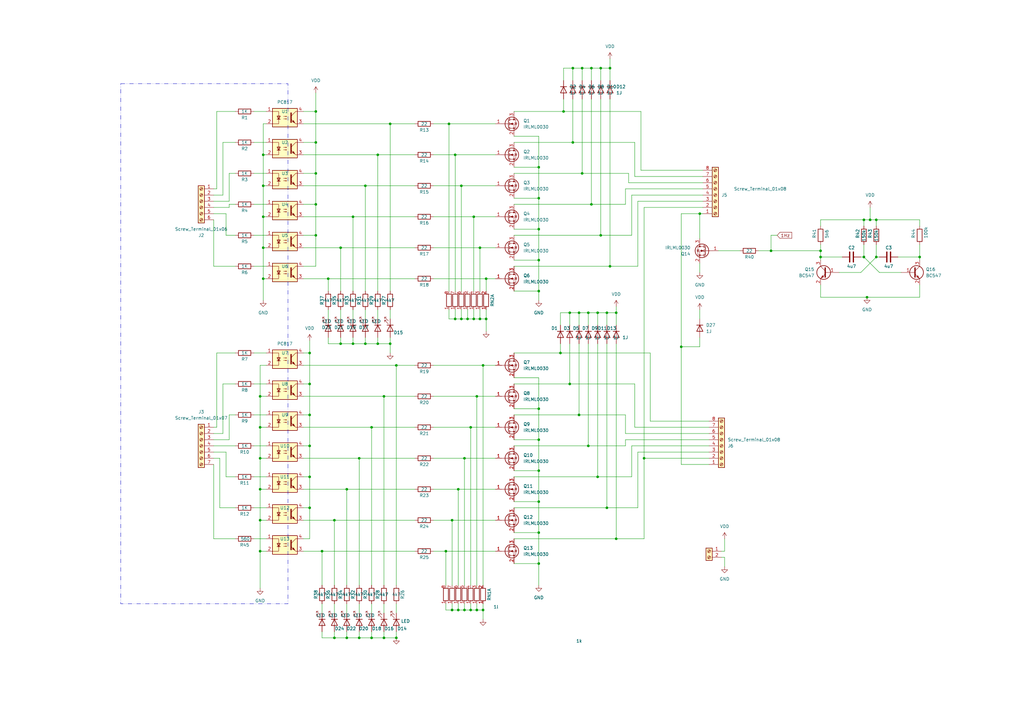
<source format=kicad_sch>
(kicad_sch (version 20231120) (generator "eeschema") (generator_version "8.0")
  (paper "A3")
  (title_block (title "TTL 2 NPN OC") (rev "1.0"))
  (lib_symbols
    (symbol "Connector:Screw_Terminal_01x02" (pin_names (offset 1.016) hide)
      (property "Reference" "J" (at 0 2.54 0))
      (property "Value" "Screw_Terminal_01x02" (at 0 -5.08 0))
      (symbol "Screw_Terminal_01x02_1_1"
        (pin passive line (at -5.08 0 0) (length 3.81) (name "Pin_1") (number "1"))
        (pin passive line (at -5.08 -2.54 0) (length 3.81) (name "Pin_2") (number "2"))
      )
    )
    (symbol "Connector:Screw_Terminal_01x06" (pin_names (offset 1.016) hide)
      (property "Reference" "J" (at 0 7.62 0))
      (property "Value" "Screw_Terminal_01x06" (at 0 -10.16 0))
      (symbol "Screw_Terminal_01x06_1_1"
        (pin passive line (at -5.08 5.08 0) (length 3.81) (name "Pin_1") (number "1"))
        (pin passive line (at -5.08 2.54 0) (length 3.81) (name "Pin_2") (number "2"))
        (pin passive line (at -5.08 0 0) (length 3.81) (name "Pin_3") (number "3"))
        (pin passive line (at -5.08 -2.54 0) (length 3.81) (name "Pin_4") (number "4"))
        (pin passive line (at -5.08 -5.08 0) (length 3.81) (name "Pin_5") (number "5"))
        (pin passive line (at -5.08 -7.62 0) (length 3.81) (name "Pin_6") (number "6"))
      )
    )
    (symbol "Connector:Screw_Terminal_01x07" (pin_names (offset 1.016) hide)
      (property "Reference" "J" (at 0 10.16 0))
      (property "Value" "Screw_Terminal_01x07" (at 0 -10.16 0))
      (symbol "Screw_Terminal_01x07_1_1"
        (pin passive line (at -5.08 7.62 0) (length 3.81) (name "Pin_1") (number "1"))
        (pin passive line (at -5.08 5.08 0) (length 3.81) (name "Pin_2") (number "2"))
        (pin passive line (at -5.08 2.54 0) (length 3.81) (name "Pin_3") (number "3"))
        (pin passive line (at -5.08 0 0) (length 3.81) (name "Pin_4") (number "4"))
        (pin passive line (at -5.08 -2.54 0) (length 3.81) (name "Pin_5") (number "5"))
        (pin passive line (at -5.08 -5.08 0) (length 3.81) (name "Pin_6") (number "6"))
        (pin passive line (at -5.08 -7.62 0) (length 3.81) (name "Pin_7") (number "7"))
      )
    )
    (symbol "Connector:Screw_Terminal_01x08" (pin_names (offset 1.016) hide)
      (property "Reference" "J" (at 0 10.16 0))
      (property "Value" "Screw_Terminal_01x08" (at 0 -12.7 0))
      (symbol "Screw_Terminal_01x08_1_1"
        (pin passive line (at -5.08 7.62 0) (length 3.81) (name "Pin_1") (number "1"))
        (pin passive line (at -5.08 5.08 0) (length 3.81) (name "Pin_2") (number "2"))
        (pin passive line (at -5.08 2.54 0) (length 3.81) (name "Pin_3") (number "3"))
        (pin passive line (at -5.08 0 0) (length 3.81) (name "Pin_4") (number "4"))
        (pin passive line (at -5.08 -2.54 0) (length 3.81) (name "Pin_5") (number "5"))
        (pin passive line (at -5.08 -5.08 0) (length 3.81) (name "Pin_6") (number "6"))
        (pin passive line (at -5.08 -7.62 0) (length 3.81) (name "Pin_7") (number "7"))
        (pin passive line (at -5.08 -10.16 0) (length 3.81) (name "Pin_8") (number "8"))
      )
    )
    (symbol "Device:C" (pin_numbers hide) (pin_names (offset 0.254))
      (property "Reference" "C" (at 0.635 2.54 0))
      (property "Value" "C" (at 0.635 -2.54 0))
      (symbol "C_1_1"
        (pin passive line (at 0 3.81 270) (length 2.794) (name "~") (number "1"))
        (pin passive line (at 0 -3.81 90) (length 2.794) (name "~") (number "2"))
      )
    )
    (symbol "Device:LED" (pin_numbers hide) (pin_names (offset 1.016) hide)
      (property "Reference" "D" (at 0 2.54 0))
      (property "Value" "LED" (at 0 -2.54 0))
      (symbol "LED_1_1"
        (pin passive line (at -3.81 0 0) (length 2.54) (name "K") (number "1"))
        (pin passive line (at 3.81 0 180) (length 2.54) (name "A") (number "2"))
      )
    )
    (symbol "Device:R" (pin_numbers hide) (pin_names (offset 0))
      (property "Reference" "R" (at 2.032 0 90))
      (property "Value" "R" (at 0 0 90))
      (symbol "R_1_1"
        (pin passive line (at 0 3.81 270) (length 1.27) (name "~") (number "1"))
        (pin passive line (at 0 -3.81 90) (length 1.27) (name "~") (number "2"))
      )
    )
    (symbol "Device:R_Network07_Split" (pin_names (offset 0) hide)
      (property "Reference" "RN" (at 2.032 0 90))
      (property "Value" "R_Network07_Split" (at 0 0 90))
      (symbol "R_Network07_Split_0_1"
        (pin passive line (at 0 3.81 270) (length 1.27) (name "R1") (number "1"))
      )
      (symbol "R_Network07_Split_1_1"
        (pin passive line (at 0 -3.81 90) (length 1.27) (name "R1.2") (number "2"))
      )
      (symbol "R_Network07_Split_2_1"
        (pin passive line (at 0 -3.81 90) (length 1.27) (name "R2.2") (number "3"))
      )
      (symbol "R_Network07_Split_3_1"
        (pin passive line (at 0 -3.81 90) (length 1.27) (name "R3.2") (number "4"))
      )
      (symbol "R_Network07_Split_4_1"
        (pin passive line (at 0 -3.81 90) (length 1.27) (name "R4.2") (number "5"))
      )
      (symbol "R_Network07_Split_5_1"
        (pin passive line (at 0 -3.81 90) (length 1.27) (name "R5.2") (number "6"))
      )
      (symbol "R_Network07_Split_6_1"
        (pin passive line (at 0 -3.81 90) (length 1.27) (name "R6.2") (number "7"))
      )
      (symbol "R_Network07_Split_7_1"
        (pin passive line (at 0 -3.81 90) (length 1.27) (name "R7.2") (number "8"))
      )
    )
    (symbol "Diode:US1D" (pin_numbers hide) (pin_names hide)
      (property "Reference" "D" (at 0 2.54 0))
      (property "Value" "US1D" (at 0 -2.54 0))
      (symbol "US1D_1_1"
        (pin passive line (at -3.81 0 0) (length 2.54) (name "K") (number "1"))
        (pin passive line (at 3.81 0 180) (length 2.54) (name "A") (number "2"))
      )
    )
    (symbol "Isolator:PC817" (pin_names (offset 1.016))
      (property "Reference" "U" (at -5.08 5.08 0))
      (property "Value" "PC817" (at 0 5.08 0))
      (symbol "PC817_1_1"
        (pin passive line (at -7.62 2.54 0) (length 2.54) (name "~") (number "1"))
        (pin passive line (at -7.62 -2.54 0) (length 2.54) (name "~") (number "2"))
        (pin passive line (at 7.62 -2.54 180) (length 2.54) (name "~") (number "3"))
        (pin passive line (at 7.62 2.54 180) (length 2.54) (name "~") (number "4"))
      )
    )
    (symbol "Transistor_BJT:BC846" (pin_names (offset 0) hide)
      (property "Reference" "Q" (at 5.08 1.905 0))
      (property "Value" "BC846" (at 5.08 0 0))
      (symbol "BC846_1_1"
        (pin input line (at -5.08 0 0) (length 5.715) (name "B") (number "1"))
        (pin passive line (at 2.54 -5.08 90) (length 2.54) (name "E") (number "2"))
        (pin passive line (at 2.54 5.08 270) (length 2.54) (name "C") (number "3"))
      )
    )
    (symbol "Transistor_FET:IRLML0030" (pin_names hide)
      (property "Reference" "Q" (at 5.08 1.905 0))
      (property "Value" "IRLML0030" (at 5.08 0 0))
      (symbol "IRLML0030_1_1"
        (pin input line (at -5.08 0 0) (length 2.54) (name "G") (number "1"))
        (pin passive line (at 2.54 -5.08 90) (length 2.54) (name "S") (number "2"))
        (pin passive line (at 2.54 5.08 270) (length 2.54) (name "D") (number "3"))
      )
    )
    (symbol "power:GND" (power) (pin_names (offset 0))
      (property "Value" "GND" (at 0 -3.81 0))
      (symbol "GND_1_1"
        (pin power_in line (at 0 0 270) (length 0) hide (name "GND") (number "1"))
      )
    )
    (symbol "power:VDD" (power) (pin_names (offset 0))
      (property "Value" "VDD" (at 0 3.81 0))
      (symbol "VDD_1_1"
        (pin power_in line (at 0 0 90) (length 0) hide (name "VDD") (number "1"))
      )
    )
  )
  (junction (at 162.56 149.86))
  (junction (at 246.38 96.52))
  (junction (at 220.98 231.14))
  (junction (at 129.54 96.52))
  (junction (at 220.98 81.28))
  (junction (at 229.87 144.78))
  (junction (at 139.7 101.6))
  (junction (at 107.95 63.5))
  (junction (at 220.98 106.68))
  (junction (at 234.95 58.42))
  (junction (at 198.12 250.19))
  (junction (at 220.98 119.38))
  (junction (at 152.4 261.62))
  (junction (at 220.98 167.64))
  (junction (at 336.55 105.41))
  (junction (at 152.4 175.26))
  (junction (at 134.62 114.3))
  (junction (at 107.95 76.2))
  (junction (at 137.16 261.62))
  (junction (at 377.19 105.41))
  (junction (at 237.49 128.27))
  (junction (at 195.58 250.19))
  (junction (at 144.78 140.97))
  (junction (at 160.02 50.8))
  (junction (at 264.16 187.96))
  (junction (at 132.08 226.06))
  (junction (at 157.48 261.62))
  (junction (at 359.41 90.17))
  (junction (at 250.19 109.22))
  (junction (at 142.24 200.66))
  (junction (at 199.39 114.3))
  (junction (at 198.12 149.86))
  (junction (at 142.24 261.62))
  (junction (at 106.68 200.66))
  (junction (at 106.68 226.06))
  (junction (at 238.76 27.94))
  (junction (at 233.68 157.48))
  (junction (at 354.33 90.17))
  (junction (at 196.85 130.81))
  (junction (at 196.85 101.6))
  (junction (at 189.23 130.81))
  (junction (at 106.68 162.56))
  (junction (at 147.32 261.62))
  (junction (at 252.73 128.27))
  (junction (at 234.95 27.94))
  (junction (at 137.16 213.36))
  (junction (at 248.92 128.27))
  (junction (at 194.31 88.9))
  (junction (at 237.49 170.18))
  (junction (at 193.04 175.26))
  (junction (at 106.68 213.36))
  (junction (at 187.96 250.19))
  (junction (at 127 157.48))
  (junction (at 149.86 76.2))
  (junction (at 193.04 250.19))
  (junction (at 157.48 162.56))
  (junction (at 287.02 87.63))
  (junction (at 127 208.28))
  (junction (at 127 195.58))
  (junction (at 186.69 63.5))
  (junction (at 149.86 140.97))
  (junction (at 220.98 205.74))
  (junction (at 106.68 187.96))
  (junction (at 354.33 105.41))
  (junction (at 190.5 250.19))
  (junction (at 233.68 128.27))
  (junction (at 129.54 58.42))
  (junction (at 190.5 187.96))
  (junction (at 107.95 101.6))
  (junction (at 252.73 220.98))
  (junction (at 245.11 128.27))
  (junction (at 242.57 83.82))
  (junction (at 107.95 114.3))
  (junction (at 127 182.88))
  (junction (at 199.39 130.81))
  (junction (at 220.98 193.04))
  (junction (at 184.15 50.8))
  (junction (at 139.7 140.97))
  (junction (at 241.3 128.27))
  (junction (at 107.95 88.9))
  (junction (at 359.41 105.41))
  (junction (at 154.94 63.5))
  (junction (at 191.77 130.81))
  (junction (at 129.54 45.72))
  (junction (at 336.55 102.87))
  (junction (at 127 144.78))
  (junction (at 238.76 71.12))
  (junction (at 186.69 130.81))
  (junction (at 129.54 71.12))
  (junction (at 231.14 45.72))
  (junction (at 187.96 200.66))
  (junction (at 220.98 68.58))
  (junction (at 246.38 27.94))
  (junction (at 242.57 27.94))
  (junction (at 220.98 93.98))
  (junction (at 106.68 175.26))
  (junction (at 220.98 218.44))
  (junction (at 241.3 182.88))
  (junction (at 250.19 27.94))
  (junction (at 182.88 226.06))
  (junction (at 162.56 261.62))
  (junction (at 220.98 180.34))
  (junction (at 160.02 140.97))
  (junction (at 127 170.18))
  (junction (at 144.78 88.9))
  (junction (at 154.94 140.97))
  (junction (at 248.92 208.28))
  (junction (at 194.31 130.81))
  (junction (at 356.87 90.17))
  (junction (at 147.32 187.96))
  (junction (at 195.58 162.56))
  (junction (at 279.4 142.24))
  (junction (at 245.11 195.58))
  (junction (at 129.54 83.82))
  (junction (at 316.23 102.87))
  (junction (at 185.42 213.36))
  (junction (at 189.23 76.2))
  (junction (at 185.42 250.19))
  (junction (at 355.6 121.92))
  (wire (pts (xy 107.95 63.5) (xy 109.22 63.5)))
  (wire (pts (xy 186.69 130.81) (xy 189.23 130.81)))
  (wire (pts (xy 368.3 105.41) (xy 377.19 105.41)))
  (wire (pts (xy 104.14 45.72) (xy 109.22 45.72)))
  (wire (pts (xy 124.46 109.22) (xy 129.54 109.22)))
  (wire (pts (xy 220.98 231.14) (xy 220.98 240.03)))
  (wire (pts (xy 124.46 200.66) (xy 142.24 200.66)))
  (wire (pts (xy 193.04 175.26) (xy 193.04 240.03)))
  (wire (pts (xy 356.87 85.09) (xy 356.87 90.17)))
  (wire (pts (xy 248.92 128.27) (xy 248.92 133.35)))
  (wire (pts (xy 210.82 231.14) (xy 220.98 231.14)))
  (wire (pts (xy 149.86 140.97) (xy 149.86 138.43)))
  (wire (pts (xy 237.49 128.27) (xy 237.49 133.35)))
  (wire (pts (xy 193.04 247.65) (xy 193.04 250.19)))
  (wire (pts (xy 162.56 149.86) (xy 170.18 149.86)))
  (wire (pts (xy 195.58 250.19) (xy 198.12 250.19)))
  (wire (pts (xy 220.98 119.38) (xy 220.98 123.19)))
  (wire (pts (xy 262.89 45.72) (xy 262.89 69.85)))
  (wire (pts (xy 182.88 226.06) (xy 182.88 240.03)))
  (wire (pts (xy 160.02 140.97) (xy 154.94 140.97)))
  (wire (pts (xy 184.15 127) (xy 184.15 130.81)))
  (wire (pts (xy 233.68 157.48) (xy 260.35 157.48)))
  (wire (pts (xy 87.63 85.09) (xy 93.98 85.09)))
  (wire (pts (xy 127 195.58) (xy 127 208.28)))
  (wire (pts (xy 187.96 200.66) (xy 187.96 240.03)))
  (wire (pts (xy 210.82 58.42) (xy 234.95 58.42)))
  (wire (pts (xy 88.9 175.26) (xy 88.9 144.78)))
  (wire (pts (xy 147.32 261.62) (xy 142.24 261.62)))
  (wire (pts (xy 260.35 157.48) (xy 260.35 175.26)))
  (wire (pts (xy 246.38 40.64) (xy 246.38 96.52)))
  (wire (pts (xy 336.55 121.92) (xy 355.6 121.92)))
  (wire (pts (xy 245.11 128.27) (xy 248.92 128.27)))
  (wire (pts (xy 242.57 27.94) (xy 242.57 33.02)))
  (wire (pts (xy 157.48 259.08) (xy 157.48 261.62)))
  (wire (pts (xy 354.33 100.33) (xy 354.33 105.41)))
  (wire (pts (xy 162.56 149.86) (xy 162.56 240.03)))
  (wire (pts (xy 229.87 144.78) (xy 266.7 144.78)))
  (wire (pts (xy 88.9 144.78) (xy 96.52 144.78)))
  (wire (pts (xy 287.02 87.63) (xy 288.29 87.63)))
  (wire (pts (xy 104.14 96.52) (xy 109.22 96.52)))
  (wire (pts (xy 210.82 81.28) (xy 220.98 81.28)))
  (wire (pts (xy 124.46 195.58) (xy 127 195.58)))
  (wire (pts (xy 210.82 193.04) (xy 220.98 193.04)))
  (wire (pts (xy 220.98 218.44) (xy 220.98 231.14)))
  (wire (pts (xy 210.82 55.88) (xy 220.98 55.88)))
  (wire (pts (xy 127 170.18) (xy 127 182.88)))
  (wire (pts (xy 336.55 102.87) (xy 336.55 105.41)))
  (wire (pts (xy 137.16 261.62) (xy 137.16 259.08)))
  (wire (pts (xy 149.86 76.2) (xy 170.18 76.2)))
  (wire (pts (xy 157.48 162.56) (xy 170.18 162.56)))
  (wire (pts (xy 134.62 114.3) (xy 170.18 114.3)))
  (wire (pts (xy 106.68 226.06) (xy 106.68 241.3)))
  (wire (pts (xy 189.23 130.81) (xy 191.77 130.81)))
  (wire (pts (xy 124.46 114.3) (xy 134.62 114.3)))
  (wire (pts (xy 354.33 90.17) (xy 354.33 92.71)))
  (wire (pts (xy 297.18 228.6) (xy 297.18 232.41)))
  (wire (pts (xy 107.95 88.9) (xy 109.22 88.9)))
  (wire (pts (xy 354.33 105.41) (xy 360.68 111.76)))
  (wire (pts (xy 237.49 140.97) (xy 237.49 170.18)))
  (wire (pts (xy 124.46 157.48) (xy 127 157.48)))
  (wire (pts (xy 336.55 92.71) (xy 336.55 90.17)))
  (wire (pts (xy 191.77 127) (xy 191.77 130.81)))
  (wire (pts (xy 233.68 128.27) (xy 237.49 128.27)))
  (wire (pts (xy 139.7 130.81) (xy 139.7 127)))
  (wire (pts (xy 190.5 250.19) (xy 193.04 250.19)))
  (wire (pts (xy 129.54 58.42) (xy 129.54 71.12)))
  (wire (pts (xy 152.4 261.62) (xy 152.4 259.08)))
  (wire (pts (xy 87.63 77.47) (xy 88.9 77.47)))
  (wire (pts (xy 87.63 109.22) (xy 96.52 109.22)))
  (wire (pts (xy 238.76 40.64) (xy 238.76 71.12)))
  (wire (pts (xy 234.95 40.64) (xy 234.95 58.42)))
  (wire (pts (xy 256.54 177.8) (xy 290.83 177.8)))
  (wire (pts (xy 177.8 149.86) (xy 198.12 149.86)))
  (wire (pts (xy 107.95 63.5) (xy 107.95 76.2)))
  (wire (pts (xy 257.81 74.93) (xy 288.29 74.93)))
  (wire (pts (xy 87.63 180.34) (xy 93.98 180.34)))
  (wire (pts (xy 199.39 130.81) (xy 199.39 135.89)))
  (wire (pts (xy 210.82 71.12) (xy 238.76 71.12)))
  (wire (pts (xy 354.33 90.17) (xy 356.87 90.17)))
  (wire (pts (xy 124.46 175.26) (xy 152.4 175.26)))
  (wire (pts (xy 193.04 175.26) (xy 203.2 175.26)))
  (wire (pts (xy 229.87 133.35) (xy 229.87 128.27)))
  (wire (pts (xy 154.94 63.5) (xy 154.94 119.38)))
  (wire (pts (xy 147.32 251.46) (xy 147.32 247.65)))
  (wire (pts (xy 185.42 213.36) (xy 203.2 213.36)))
  (wire (pts (xy 220.98 180.34) (xy 220.98 193.04)))
  (wire (pts (xy 124.46 213.36) (xy 137.16 213.36)))
  (wire (pts (xy 157.48 162.56) (xy 157.48 240.03)))
  (wire (pts (xy 377.19 105.41) (xy 377.19 106.68)))
  (wire (pts (xy 198.12 254) (xy 198.12 250.19)))
  (wire (pts (xy 124.46 88.9) (xy 144.78 88.9)))
  (wire (pts (xy 91.44 58.42) (xy 96.52 58.42)))
  (wire (pts (xy 124.46 149.86) (xy 162.56 149.86)))
  (wire (pts (xy 359.41 90.17) (xy 359.41 92.71)))
  (wire (pts (xy 210.82 195.58) (xy 245.11 195.58)))
  (wire (pts (xy 256.54 180.34) (xy 290.83 180.34)))
  (wire (pts (xy 124.46 50.8) (xy 160.02 50.8)))
  (wire (pts (xy 194.31 88.9) (xy 203.2 88.9)))
  (wire (pts (xy 185.42 250.19) (xy 187.96 250.19)))
  (wire (pts (xy 220.98 167.64) (xy 220.98 180.34)))
  (wire (pts (xy 360.68 111.76) (xy 369.57 111.76)))
  (wire (pts (xy 377.19 100.33) (xy 377.19 105.41)))
  (wire (pts (xy 107.95 50.8) (xy 107.95 63.5)))
  (wire (pts (xy 129.54 96.52) (xy 129.54 109.22)))
  (wire (pts (xy 90.17 187.96) (xy 87.63 187.96)))
  (wire (pts (xy 107.95 76.2) (xy 109.22 76.2)))
  (wire (pts (xy 336.55 105.41) (xy 345.44 105.41)))
  (wire (pts (xy 287.02 138.43) (xy 287.02 142.24)))
  (wire (pts (xy 107.95 50.8) (xy 109.22 50.8)))
  (wire (pts (xy 189.23 127) (xy 189.23 130.81)))
  (wire (pts (xy 182.88 226.06) (xy 203.2 226.06)))
  (wire (pts (xy 87.63 177.8) (xy 91.44 177.8)))
  (wire (pts (xy 316.23 96.52) (xy 316.23 102.87)))
  (wire (pts (xy 250.19 40.64) (xy 250.19 109.22)))
  (wire (pts (xy 187.96 247.65) (xy 187.96 250.19)))
  (wire (pts (xy 190.5 187.96) (xy 190.5 240.03)))
  (wire (pts (xy 250.19 27.94) (xy 250.19 33.02)))
  (wire (pts (xy 199.39 114.3) (xy 203.2 114.3)))
  (wire (pts (xy 87.63 190.5) (xy 87.63 220.98)))
  (wire (pts (xy 87.63 90.17) (xy 87.63 109.22)))
  (wire (pts (xy 144.78 140.97) (xy 139.7 140.97)))
  (wire (pts (xy 210.82 96.52) (xy 246.38 96.52)))
  (wire (pts (xy 241.3 128.27) (xy 241.3 133.35)))
  (wire (pts (xy 160.02 50.8) (xy 160.02 119.38)))
  (wire (pts (xy 149.86 76.2) (xy 149.86 119.38)))
  (wire (pts (xy 238.76 27.94) (xy 238.76 33.02)))
  (wire (pts (xy 177.8 63.5) (xy 186.69 63.5)))
  (wire (pts (xy 154.94 140.97) (xy 149.86 140.97)))
  (wire (pts (xy 261.62 208.28) (xy 261.62 185.42)))
  (wire (pts (xy 220.98 193.04) (xy 220.98 205.74)))
  (wire (pts (xy 104.14 208.28) (xy 109.22 208.28)))
  (wire (pts (xy 264.16 85.09) (xy 288.29 85.09)))
  (wire (pts (xy 93.98 83.82) (xy 93.98 85.09)))
  (wire (pts (xy 344.17 111.76) (xy 353.06 111.76)))
  (wire (pts (xy 248.92 128.27) (xy 252.73 128.27)))
  (wire (pts (xy 90.17 187.96) (xy 90.17 208.28)))
  (wire (pts (xy 256.54 77.47) (xy 288.29 77.47)))
  (wire (pts (xy 210.82 45.72) (xy 231.14 45.72)))
  (wire (pts (xy 160.02 50.8) (xy 170.18 50.8)))
  (wire (pts (xy 106.68 175.26) (xy 106.68 187.96)))
  (wire (pts (xy 124.46 170.18) (xy 127 170.18)))
  (wire (pts (xy 129.54 38.1) (xy 129.54 45.72)))
  (wire (pts (xy 248.92 140.97) (xy 248.92 208.28)))
  (wire (pts (xy 210.82 182.88) (xy 241.3 182.88)))
  (wire (pts (xy 157.48 261.62) (xy 152.4 261.62)))
  (wire (pts (xy 106.68 187.96) (xy 109.22 187.96)))
  (wire (pts (xy 231.14 33.02) (xy 231.14 27.94)))
  (wire (pts (xy 124.46 226.06) (xy 132.08 226.06)))
  (wire (pts (xy 177.8 226.06) (xy 182.88 226.06)))
  (wire (pts (xy 234.95 58.42) (xy 260.35 58.42)))
  (wire (pts (xy 259.08 96.52) (xy 259.08 80.01)))
  (wire (pts (xy 316.23 96.52) (xy 318.77 96.52)))
  (wire (pts (xy 359.41 105.41) (xy 353.06 111.76)))
  (wire (pts (xy 127 157.48) (xy 127 170.18)))
  (wire (pts (xy 104.14 144.78) (xy 109.22 144.78)))
  (wire (pts (xy 144.78 127) (xy 144.78 130.81)))
  (wire (pts (xy 160.02 140.97) (xy 160.02 144.78)))
  (wire (pts (xy 220.98 205.74) (xy 220.98 218.44)))
  (wire (pts (xy 231.14 27.94) (xy 234.95 27.94)))
  (wire (pts (xy 220.98 81.28) (xy 220.98 93.98)))
  (wire (pts (xy 149.86 140.97) (xy 144.78 140.97)))
  (wire (pts (xy 127 182.88) (xy 127 195.58)))
  (wire (pts (xy 261.62 82.55) (xy 288.29 82.55)))
  (wire (pts (xy 279.4 87.63) (xy 287.02 87.63)))
  (wire (pts (xy 238.76 71.12) (xy 257.81 71.12)))
  (wire (pts (xy 220.98 106.68) (xy 220.98 119.38)))
  (wire (pts (xy 353.06 105.41) (xy 354.33 105.41)))
  (wire (pts (xy 242.57 83.82) (xy 256.54 83.82)))
  (wire (pts (xy 256.54 182.88) (xy 256.54 180.34)))
  (wire (pts (xy 104.14 220.98) (xy 109.22 220.98)))
  (wire (pts (xy 295.91 228.6) (xy 297.18 228.6)))
  (wire (pts (xy 210.82 144.78) (xy 229.87 144.78)))
  (wire (pts (xy 160.02 138.43) (xy 160.02 140.97)))
  (wire (pts (xy 241.3 128.27) (xy 245.11 128.27)))
  (wire (pts (xy 250.19 109.22) (xy 261.62 109.22)))
  (wire (pts (xy 132.08 251.46) (xy 132.08 247.65)))
  (wire (pts (xy 152.4 175.26) (xy 170.18 175.26)))
  (wire (pts (xy 252.73 128.27) (xy 252.73 133.35)))
  (wire (pts (xy 139.7 140.97) (xy 134.62 140.97)))
  (wire (pts (xy 294.64 102.87) (xy 303.53 102.87)))
  (wire (pts (xy 290.83 190.5) (xy 279.4 190.5)))
  (wire (pts (xy 186.69 127) (xy 186.69 130.81)))
  (wire (pts (xy 260.35 175.26) (xy 290.83 175.26)))
  (wire (pts (xy 124.46 96.52) (xy 129.54 96.52)))
  (wire (pts (xy 246.38 96.52) (xy 259.08 96.52)))
  (wire (pts (xy 233.68 128.27) (xy 233.68 133.35)))
  (wire (pts (xy 132.08 261.62) (xy 132.08 259.08)))
  (wire (pts (xy 152.4 251.46) (xy 152.4 247.65)))
  (wire (pts (xy 259.08 80.01) (xy 288.29 80.01)))
  (wire (pts (xy 242.57 27.94) (xy 246.38 27.94)))
  (wire (pts (xy 124.46 182.88) (xy 127 182.88)))
  (wire (pts (xy 316.23 102.87) (xy 311.15 102.87)))
  (wire (pts (xy 182.88 247.65) (xy 182.88 250.19)))
  (wire (pts (xy 104.14 58.42) (xy 109.22 58.42)))
  (wire (pts (xy 297.18 220.98) (xy 297.18 226.06)))
  (wire (pts (xy 87.63 87.63) (xy 92.71 87.63)))
  (wire (pts (xy 189.23 76.2) (xy 189.23 119.38)))
  (wire (pts (xy 107.95 101.6) (xy 109.22 101.6)))
  (wire (pts (xy 91.44 177.8) (xy 91.44 157.48)))
  (wire (pts (xy 234.95 27.94) (xy 234.95 33.02)))
  (wire (pts (xy 124.46 58.42) (xy 129.54 58.42)))
  (wire (pts (xy 220.98 55.88) (xy 220.98 68.58)))
  (wire (pts (xy 279.4 87.63) (xy 279.4 142.24)))
  (wire (pts (xy 250.19 24.13) (xy 250.19 27.94)))
  (wire (pts (xy 279.4 142.24) (xy 279.4 190.5)))
  (wire (pts (xy 210.82 157.48) (xy 233.68 157.48)))
  (wire (pts (xy 162.56 261.62) (xy 157.48 261.62)))
  (wire (pts (xy 127 139.7) (xy 127 144.78)))
  (wire (pts (xy 237.49 170.18) (xy 256.54 170.18)))
  (wire (pts (xy 210.82 167.64) (xy 220.98 167.64)))
  (wire (pts (xy 104.14 182.88) (xy 109.22 182.88)))
  (wire (pts (xy 127 144.78) (xy 127 157.48)))
  (wire (pts (xy 259.08 195.58) (xy 259.08 182.88)))
  (wire (pts (xy 242.57 40.64) (xy 242.57 83.82)))
  (wire (pts (xy 142.24 261.62) (xy 137.16 261.62)))
  (wire (pts (xy 220.98 218.44) (xy 210.82 218.44)))
  (wire (pts (xy 93.98 82.55) (xy 93.98 71.12)))
  (wire (pts (xy 336.55 116.84) (xy 336.55 121.92)))
  (wire (pts (xy 104.14 170.18) (xy 109.22 170.18)))
  (wire (pts (xy 187.96 200.66) (xy 203.2 200.66)))
  (wire (pts (xy 190.5 187.96) (xy 203.2 187.96)))
  (wire (pts (xy 162.56 251.46) (xy 162.56 247.65)))
  (wire (pts (xy 106.68 162.56) (xy 109.22 162.56)))
  (wire (pts (xy 104.14 157.48) (xy 109.22 157.48)))
  (wire (pts (xy 139.7 140.97) (xy 139.7 138.43)))
  (wire (pts (xy 245.11 140.97) (xy 245.11 195.58)))
  (wire (pts (xy 360.68 105.41) (xy 359.41 105.41)))
  (wire (pts (xy 245.11 195.58) (xy 259.08 195.58)))
  (wire (pts (xy 104.14 71.12) (xy 109.22 71.12)))
  (wire (pts (xy 177.8 200.66) (xy 187.96 200.66)))
  (wire (pts (xy 210.82 220.98) (xy 252.73 220.98)))
  (wire (pts (xy 154.94 140.97) (xy 154.94 138.43)))
  (wire (pts (xy 316.23 102.87) (xy 336.55 102.87)))
  (wire (pts (xy 106.68 149.86) (xy 109.22 149.86)))
  (wire (pts (xy 195.58 247.65) (xy 195.58 250.19)))
  (wire (pts (xy 241.3 182.88) (xy 256.54 182.88)))
  (wire (pts (xy 142.24 200.66) (xy 170.18 200.66)))
  (wire (pts (xy 149.86 130.81) (xy 149.86 127)))
  (wire (pts (xy 106.68 213.36) (xy 109.22 213.36)))
  (wire (pts (xy 91.44 80.01) (xy 91.44 58.42)))
  (wire (pts (xy 199.39 114.3) (xy 199.39 119.38)))
  (wire (pts (xy 198.12 240.03) (xy 198.12 149.86)))
  (wire (pts (xy 246.38 27.94) (xy 246.38 33.02)))
  (wire (pts (xy 106.68 213.36) (xy 106.68 226.06)))
  (wire (pts (xy 287.02 127) (xy 287.02 130.81)))
  (wire (pts (xy 177.8 175.26) (xy 193.04 175.26)))
  (wire (pts (xy 295.91 226.06) (xy 297.18 226.06)))
  (wire (pts (xy 245.11 128.27) (xy 245.11 133.35)))
  (wire (pts (xy 193.04 250.19) (xy 195.58 250.19)))
  (wire (pts (xy 187.96 250.19) (xy 190.5 250.19)))
  (wire (pts (xy 177.8 50.8) (xy 184.15 50.8)))
  (wire (pts (xy 220.98 154.94) (xy 220.98 167.64)))
  (wire (pts (xy 106.68 200.66) (xy 109.22 200.66)))
  (wire (pts (xy 177.8 162.56) (xy 195.58 162.56)))
  (wire (pts (xy 252.73 220.98) (xy 264.16 220.98)))
  (wire (pts (xy 93.98 180.34) (xy 93.98 170.18)))
  (wire (pts (xy 87.63 182.88) (xy 96.52 182.88)))
  (wire (pts (xy 93.98 83.82) (xy 96.52 83.82)))
  (wire (pts (xy 144.78 88.9) (xy 144.78 119.38)))
  (wire (pts (xy 129.54 71.12) (xy 129.54 83.82)))
  (wire (pts (xy 177.8 76.2) (xy 189.23 76.2)))
  (wire (pts (xy 231.14 45.72) (xy 262.89 45.72)))
  (wire (pts (xy 229.87 128.27) (xy 233.68 128.27)))
  (wire (pts (xy 162.56 261.62) (xy 162.56 259.08)))
  (wire (pts (xy 124.46 144.78) (xy 127 144.78)))
  (wire (pts (xy 210.82 83.82) (xy 242.57 83.82)))
  (wire (pts (xy 139.7 101.6) (xy 139.7 119.38)))
  (wire (pts (xy 252.73 125.73) (xy 252.73 128.27)))
  (wire (pts (xy 241.3 140.97) (xy 241.3 182.88)))
  (wire (pts (xy 87.63 175.26) (xy 88.9 175.26)))
  (wire (pts (xy 256.54 83.82) (xy 256.54 77.47)))
  (wire (pts (xy 88.9 45.72) (xy 96.52 45.72)))
  (wire (pts (xy 124.46 63.5) (xy 154.94 63.5)))
  (wire (pts (xy 129.54 45.72) (xy 129.54 58.42)))
  (wire (pts (xy 210.82 205.74) (xy 220.98 205.74)))
  (wire (pts (xy 252.73 140.97) (xy 252.73 220.98)))
  (wire (pts (xy 184.15 50.8) (xy 184.15 119.38)))
  (wire (pts (xy 359.41 100.33) (xy 359.41 105.41)))
  (wire (pts (xy 147.32 187.96) (xy 170.18 187.96)))
  (wire (pts (xy 139.7 101.6) (xy 170.18 101.6)))
  (wire (pts (xy 231.14 40.64) (xy 231.14 45.72)))
  (wire (pts (xy 186.69 63.5) (xy 203.2 63.5)))
  (wire (pts (xy 184.15 130.81) (xy 186.69 130.81)))
  (wire (pts (xy 142.24 251.46) (xy 142.24 247.65)))
  (wire (pts (xy 195.58 162.56) (xy 195.58 240.03)))
  (wire (pts (xy 220.98 68.58) (xy 220.98 81.28)))
  (wire (pts (xy 124.46 76.2) (xy 149.86 76.2)))
  (wire (pts (xy 256.54 170.18) (xy 256.54 177.8)))
  (wire (pts (xy 233.68 140.97) (xy 233.68 157.48)))
  (wire (pts (xy 144.78 88.9) (xy 170.18 88.9)))
  (wire (pts (xy 137.16 251.46) (xy 137.16 247.65)))
  (wire (pts (xy 238.76 27.94) (xy 242.57 27.94)))
  (wire (pts (xy 191.77 130.81) (xy 194.31 130.81)))
  (wire (pts (xy 107.95 88.9) (xy 107.95 101.6)))
  (wire (pts (xy 266.7 144.78) (xy 266.7 172.72)))
  (wire (pts (xy 87.63 80.01) (xy 91.44 80.01)))
  (wire (pts (xy 106.68 200.66) (xy 106.68 213.36)))
  (wire (pts (xy 260.35 58.42) (xy 260.35 72.39)))
  (wire (pts (xy 177.8 114.3) (xy 199.39 114.3)))
  (wire (pts (xy 92.71 87.63) (xy 92.71 96.52)))
  (wire (pts (xy 198.12 149.86) (xy 203.2 149.86)))
  (wire (pts (xy 336.55 105.41) (xy 336.55 106.68)))
  (wire (pts (xy 264.16 187.96) (xy 264.16 220.98)))
  (wire (pts (xy 93.98 170.18) (xy 96.52 170.18)))
  (wire (pts (xy 129.54 83.82) (xy 129.54 96.52)))
  (wire (pts (xy 210.82 154.94) (xy 220.98 154.94)))
  (wire (pts (xy 93.98 71.12) (xy 96.52 71.12)))
  (wire (pts (xy 185.42 247.65) (xy 185.42 250.19)))
  (wire (pts (xy 196.85 130.81) (xy 199.39 130.81)))
  (wire (pts (xy 377.19 121.92) (xy 377.19 116.84)))
  (wire (pts (xy 124.46 101.6) (xy 139.7 101.6)))
  (wire (pts (xy 91.44 157.48) (xy 96.52 157.48)))
  (wire (pts (xy 237.49 128.27) (xy 241.3 128.27)))
  (wire (pts (xy 196.85 101.6) (xy 196.85 119.38)))
  (wire (pts (xy 124.46 208.28) (xy 127 208.28)))
  (wire (pts (xy 189.23 76.2) (xy 203.2 76.2)))
  (wire (pts (xy 210.82 106.68) (xy 220.98 106.68)))
  (wire (pts (xy 195.58 162.56) (xy 203.2 162.56)))
  (wire (pts (xy 210.82 170.18) (xy 237.49 170.18)))
  (wire (pts (xy 260.35 72.39) (xy 288.29 72.39)))
  (wire (pts (xy 124.46 71.12) (xy 129.54 71.12)))
  (wire (pts (xy 124.46 162.56) (xy 157.48 162.56)))
  (wire (pts (xy 194.31 130.81) (xy 196.85 130.81)))
  (wire (pts (xy 210.82 68.58) (xy 220.98 68.58)))
  (wire (pts (xy 106.68 149.86) (xy 106.68 162.56)))
  (wire (pts (xy 210.82 93.98) (xy 220.98 93.98)))
  (wire (pts (xy 264.16 85.09) (xy 264.16 187.96)))
  (wire (pts (xy 356.87 90.17) (xy 359.41 90.17)))
  (wire (pts (xy 336.55 100.33) (xy 336.55 102.87)))
  (wire (pts (xy 220.98 93.98) (xy 220.98 106.68)))
  (wire (pts (xy 170.18 226.06) (xy 132.08 226.06)))
  (wire (pts (xy 134.62 130.81) (xy 134.62 127)))
  (wire (pts (xy 259.08 182.88) (xy 290.83 182.88)))
  (wire (pts (xy 154.94 63.5) (xy 170.18 63.5)))
  (wire (pts (xy 88.9 77.47) (xy 88.9 45.72)))
  (wire (pts (xy 104.14 109.22) (xy 109.22 109.22)))
  (wire (pts (xy 137.16 261.62) (xy 132.08 261.62)))
  (wire (pts (xy 92.71 96.52) (xy 96.52 96.52)))
  (wire (pts (xy 287.02 111.76) (xy 287.02 107.95)))
  (wire (pts (xy 210.82 208.28) (xy 248.92 208.28)))
  (wire (pts (xy 177.8 213.36) (xy 185.42 213.36)))
  (wire (pts (xy 107.95 114.3) (xy 109.22 114.3)))
  (wire (pts (xy 92.71 185.42) (xy 92.71 195.58)))
  (wire (pts (xy 264.16 187.96) (xy 290.83 187.96)))
  (wire (pts (xy 246.38 27.94) (xy 250.19 27.94)))
  (wire (pts (xy 87.63 220.98) (xy 96.52 220.98)))
  (wire (pts (xy 127 208.28) (xy 127 220.98)))
  (wire (pts (xy 104.14 195.58) (xy 109.22 195.58)))
  (wire (pts (xy 92.71 195.58) (xy 96.52 195.58)))
  (wire (pts (xy 359.41 90.17) (xy 377.19 90.17)))
  (wire (pts (xy 185.42 213.36) (xy 185.42 240.03)))
  (wire (pts (xy 134.62 140.97) (xy 134.62 138.43)))
  (wire (pts (xy 142.24 200.66) (xy 142.24 240.03)))
  (wire (pts (xy 127 220.98) (xy 124.46 220.98)))
  (wire (pts (xy 177.8 101.6) (xy 196.85 101.6)))
  (wire (pts (xy 287.02 142.24) (xy 279.4 142.24)))
  (wire (pts (xy 90.17 208.28) (xy 96.52 208.28)))
  (wire (pts (xy 152.4 261.62) (xy 147.32 261.62)))
  (wire (pts (xy 104.14 83.82) (xy 109.22 83.82)))
  (wire (pts (xy 229.87 140.97) (xy 229.87 144.78)))
  (wire (pts (xy 152.4 175.26) (xy 152.4 240.03)))
  (wire (pts (xy 147.32 261.62) (xy 147.32 259.08)))
  (wire (pts (xy 184.15 50.8) (xy 203.2 50.8)))
  (wire (pts (xy 199.39 127) (xy 199.39 130.81)))
  (wire (pts (xy 107.95 76.2) (xy 107.95 88.9)))
  (wire (pts (xy 87.63 82.55) (xy 93.98 82.55)))
  (wire (pts (xy 248.92 208.28) (xy 261.62 208.28)))
  (wire (pts (xy 261.62 109.22) (xy 261.62 82.55)))
  (wire (pts (xy 287.02 87.63) (xy 287.02 97.79)))
  (wire (pts (xy 177.8 187.96) (xy 190.5 187.96)))
  (wire (pts (xy 377.19 90.17) (xy 377.19 92.71)))
  (wire (pts (xy 160.02 130.81) (xy 160.02 127)))
  (wire (pts (xy 194.31 127) (xy 194.31 130.81)))
  (wire (pts (xy 87.63 185.42) (xy 92.71 185.42)))
  (wire (pts (xy 210.82 180.34) (xy 220.98 180.34)))
  (wire (pts (xy 262.89 69.85) (xy 288.29 69.85)))
  (wire (pts (xy 134.62 114.3) (xy 134.62 119.38)))
  (wire (pts (xy 124.46 187.96) (xy 147.32 187.96)))
  (wire (pts (xy 124.46 83.82) (xy 129.54 83.82)))
  (wire (pts (xy 107.95 123.19) (xy 107.95 114.3)))
  (wire (pts (xy 106.68 162.56) (xy 106.68 175.26)))
  (wire (pts (xy 266.7 172.72) (xy 290.83 172.72)))
  (wire (pts (xy 132.08 226.06) (xy 132.08 240.03)))
  (wire (pts (xy 124.46 45.72) (xy 129.54 45.72)))
  (wire (pts (xy 142.24 261.62) (xy 142.24 259.08)))
  (wire (pts (xy 157.48 251.46) (xy 157.48 247.65)))
  (wire (pts (xy 106.68 226.06) (xy 109.22 226.06)))
  (wire (pts (xy 190.5 247.65) (xy 190.5 250.19)))
  (wire (pts (xy 137.16 213.36) (xy 137.16 240.03)))
  (wire (pts (xy 107.95 101.6) (xy 107.95 114.3)))
  (wire (pts (xy 220.98 119.38) (xy 210.82 119.38)))
  (wire (pts (xy 210.82 109.22) (xy 250.19 109.22)))
  (wire (pts (xy 106.68 187.96) (xy 106.68 200.66)))
  (wire (pts (xy 186.69 119.38) (xy 186.69 63.5)))
  (wire (pts (xy 194.31 119.38) (xy 194.31 88.9)))
  (wire (pts (xy 182.88 250.19) (xy 185.42 250.19)))
  (wire (pts (xy 144.78 138.43) (xy 144.78 140.97)))
  (wire (pts (xy 355.6 121.92) (xy 377.19 121.92)))
  (wire (pts (xy 106.68 175.26) (xy 109.22 175.26)))
  (wire (pts (xy 196.85 101.6) (xy 203.2 101.6)))
  (wire (pts (xy 261.62 185.42) (xy 290.83 185.42)))
  (wire (pts (xy 234.95 27.94) (xy 238.76 27.94)))
  (wire (pts (xy 336.55 90.17) (xy 354.33 90.17)))
  (wire (pts (xy 198.12 247.65) (xy 198.12 250.19)))
  (wire (pts (xy 147.32 240.03) (xy 147.32 187.96)))
  (wire (pts (xy 196.85 127) (xy 196.85 130.81)))
  (wire (pts (xy 257.81 71.12) (xy 257.81 74.93)))
  (wire (pts (xy 154.94 130.81) (xy 154.94 127)))
  (wire (pts (xy 177.8 88.9) (xy 194.31 88.9)))
  (wire (pts (xy 137.16 213.36) (xy 170.18 213.36)))
  (rectangle (start 49.53 34.29) (end 118.11 247.65) (stroke (width 0) (type dash_dot_dot)))
  (global_label "1Hz" (shape input) (at 318.77 96.52 0) (property "Intersheetrefs" "${INTERSHEET_REFS}" (effects (hide yes))))
  (symbol (lib_id "Device:R") (at 154.94 123.19 0) (mirror y) (unit 1)
    (property "Reference" "R29" (at 152.4 123.19 90))
    (property "Value" "4k7" (at 154.94 123.19 0))
    (property "Footprint" "Resistor_SMD:R_0805_2012Metric" (effects (hide yes)))
  )
  (symbol (lib_id "power:GND") (at 106.68 241.3 0) (unit 1)
    (property "Reference" "#PWR01" (effects (hide yes)))
    (property "Value" "GND" (at 106.68 246.38 0))
  )
  (symbol (lib_id "Device:R_Network07_Split") (at 187.96 243.84 180) (unit 5)
    (property "Reference" "RN1" (effects (hide yes)))
    (property "Value" "1l" (effects (hide yes)))
    (property "Footprint" "Resistor_THT:R_Array_SIP8" (effects (hide yes)))
    (property "Datasheet" "http://www.vishay.com/docs/31509/csc.pdf" (effects (hide yes)))
  )
  (symbol (lib_id "Device:R") (at 100.33 157.48 90) (mirror x) (unit 1)
    (property "Reference" "R8" (at 100.33 160.02 90))
    (property "Value" "1K" (at 100.33 157.48 90))
    (property "Footprint" "Resistor_SMD:R_0805_2012Metric" (effects (hide yes)))
  )
  (symbol (lib_id "Device:R") (at 100.33 96.52 90) (mirror x) (unit 1)
    (property "Reference" "R5" (at 100.33 99.06 90))
    (property "Value" "1K" (at 100.33 96.52 90))
    (property "Footprint" "Resistor_SMD:R_0805_2012Metric" (effects (hide yes)))
  )
  (symbol (lib_id "Device:R") (at 173.99 200.66 90) (mirror x) (unit 1)
    (property "Reference" "R23" (at 173.99 203.2 90))
    (property "Value" "22" (at 173.99 200.66 90))
    (property "Footprint" "Resistor_SMD:R_0805_2012Metric" (effects (hide yes)))
  )
  (symbol (lib_id "power:GND") (at 220.98 123.19 0) (unit 1)
    (property "Reference" "#PWR06" (effects (hide yes)))
    (property "Value" "GND" (at 220.98 128.27 0))
  )
  (symbol (lib_id "Diode:US1D") (at 246.38 36.83 270) (unit 1)
    (property "Reference" "D10" (at 248.92 35.56 90) (effects (justify left)))
    (property "Value" "1J" (at 248.92 38.1 90) (effects (justify left)))
    (property "Footprint" "Diode_SMD:D_MicroSMP_AK" (effects (hide yes)))
    (property "Datasheet" "https://www.diodes.com/assets/Datasheets/ds16008.pdf" (effects (hide yes)))
    (property "Sim.Device" "D" (effects (hide yes)))
    (property "Sim.Pins" "1=K 2=A" (effects (hide yes)))
  )
  (symbol (lib_id "power:VDD") (at 127 139.7 0) (unit 1)
    (property "Reference" "#PWR016" (effects (hide yes)))
    (property "Value" "VDD" (at 127 134.62 0))
  )
  (symbol (lib_id "Transistor_BJT:BC846") (at 339.09 111.76 0) (mirror y) (unit 1)
    (property "Reference" "Q15" (at 334.01 110.49 0) (effects (justify left)))
    (property "Value" "BC547" (at 334.01 113.03 0) (effects (justify left)))
    (property "Footprint" "Package_TO_SOT_SMD:SOT-23" (effects (hide yes)))
    (property "Datasheet" "https://assets.nexperia.com/documents/data-sheet/BC846_SER.pdf" (effects (hide yes)))
  )
  (symbol (lib_id "Device:LED") (at 160.02 134.62 270) (unit 1)
    (property "Reference" "D15" (at 165.354 136.398 90) (effects (justify right)))
    (property "Value" "LED" (at 156.21 131.7625 90) (effects (justify right)))
    (property "Footprint" "LED_THT:LED_D3.0mm" (effects (hide yes)))
  )
  (symbol (lib_id "Transistor_FET:IRLML0030") (at 289.56 102.87 0) (mirror y) (unit 1)
    (property "Reference" "Q14" (at 283.21 104.14 0) (effects (justify left)))
    (property "Value" "IRLML0030" (at 283.21 101.6 0) (effects (justify left)))
    (property "Footprint" "Package_TO_SOT_SMD:SOT-23" (effects (hide yes)))
    (property "Datasheet" "https://www.infineon.com/dgdl/irlml0030pbf.pdf?fileId=5546d462533600a401535664773825df" (effects (hide yes)))
  )
  (symbol (lib_id "power:GND") (at 297.18 232.41 0) (unit 1)
    (property "Reference" "#PWR012" (effects (hide yes)))
    (property "Value" "GND" (at 297.18 237.49 0))
  )
  (symbol (lib_id "Connector:Screw_Terminal_01x07") (at 82.55 182.88 0) (mirror y) (unit 1)
    (property "Reference" "J3" (at 82.55 168.91 0))
    (property "Value" "Screw_Terminal_01x07" (at 82.55 171.45 0))
    (property "Footprint" "Connector_Phoenix_MC:PhoenixContact_MCV_1,5_7-G-3.81_1x07_P3.81mm_Vertical" (effects (hide yes)))
  )
  (symbol (lib_id "power:GND") (at 162.56 261.62 0) (unit 1)
    (property "Reference" "#PWR08" (effects (hide yes)))
    (property "Value" "GND" (effects (hide yes)))
  )
  (symbol (lib_id "Device:R_Network07_Split") (at 190.5 243.84 180) (unit 4)
    (property "Reference" "RN1" (effects (hide yes)))
    (property "Value" "1l" (effects (hide yes)))
    (property "Footprint" "Resistor_THT:R_Array_SIP8" (effects (hide yes)))
    (property "Datasheet" "http://www.vishay.com/docs/31509/csc.pdf" (effects (hide yes)))
  )
  (symbol (lib_id "Device:R") (at 147.32 243.84 0) (mirror y) (unit 1)
    (property "Reference" "R32" (at 144.78 243.84 90))
    (property "Value" "4k7" (at 147.32 243.84 0))
    (property "Footprint" "Resistor_SMD:R_0805_2012Metric" (effects (hide yes)))
  )
  (symbol (lib_id "Diode:US1D") (at 248.92 137.16 270) (unit 1)
    (property "Reference" "D11" (at 245.11 134.62 90) (effects (justify left)))
    (property "Value" "1J" (at 251.46 138.43 90) (effects (justify left)))
    (property "Footprint" "Diode_SMD:D_MicroSMP_AK" (effects (hide yes)))
    (property "Datasheet" "https://www.diodes.com/assets/Datasheets/ds16008.pdf" (effects (hide yes)))
    (property "Sim.Device" "D" (effects (hide yes)))
    (property "Sim.Pins" "1=K 2=A" (effects (hide yes)))
  )
  (symbol (lib_id "Transistor_FET:IRLML0030") (at 208.28 76.2 0) (unit 1)
    (property "Reference" "Q3" (at 214.63 74.93 0) (effects (justify left)))
    (property "Value" "IRLML0030" (at 214.63 77.47 0) (effects (justify left)))
    (property "Footprint" "Package_TO_SOT_SMD:SOT-23" (effects (hide yes)))
    (property "Datasheet" "https://www.infineon.com/dgdl/irlml0030pbf.pdf?fileId=5546d462533600a401535664773825df" (effects (hide yes)))
  )
  (symbol (lib_id "Device:R") (at 336.55 96.52 0) (unit 1)
    (property "Reference" "R41" (at 334.01 97.79 90) (effects (justify left)))
    (property "Value" "5k6" (at 339.09 97.79 90) (effects (justify left)))
    (property "Footprint" "Resistor_SMD:R_0805_2012Metric" (effects (hide yes)))
  )
  (symbol (lib_id "power:VDD") (at 297.18 220.98 0) (unit 1)
    (property "Reference" "#PWR011" (effects (hide yes)))
    (property "Value" "VDD" (at 297.18 215.9 0))
  )
  (symbol (lib_id "Isolator:PC817") (at 116.84 111.76 0) (unit 1)
    (property "Reference" "U6" (at 116.84 109.22 0))
    (property "Value" "PC817" (effects (hide yes)))
    (property "Footprint" "Package_DIP:DIP-4_W7.62mm" (effects (hide yes)))
    (property "Datasheet" "http://www.soselectronic.cz/a_info/resource/d/pc817.pdf" (effects (hide yes)))
  )
  (symbol (lib_id "Device:R") (at 173.99 50.8 90) (mirror x) (unit 1)
    (property "Reference" "R13" (at 173.99 53.34 90))
    (property "Value" "22" (at 173.99 50.8 90))
    (property "Footprint" "Resistor_SMD:R_0805_2012Metric" (effects (hide yes)))
  )
  (symbol (lib_id "power:VDD") (at 287.02 127 0) (unit 1)
    (property "Reference" "#PWR019" (effects (hide yes)))
    (property "Value" "VDD" (at 287.02 121.92 0))
  )
  (symbol (lib_id "Transistor_FET:IRLML0030") (at 208.28 88.9 0) (unit 1)
    (property "Reference" "Q4" (at 214.63 87.63 0) (effects (justify left)))
    (property "Value" "IRLML0030" (at 214.63 90.17 0) (effects (justify left)))
    (property "Footprint" "Package_TO_SOT_SMD:SOT-23" (effects (hide yes)))
    (property "Datasheet" "https://www.infineon.com/dgdl/irlml0030pbf.pdf?fileId=5546d462533600a401535664773825df" (effects (hide yes)))
  )
  (symbol (lib_id "Isolator:PC817") (at 116.84 160.02 0) (unit 1)
    (property "Reference" "U8" (at 116.84 157.48 0))
    (property "Value" "PC817" (effects (hide yes)))
    (property "Footprint" "Package_DIP:DIP-4_W7.62mm" (effects (hide yes)))
    (property "Datasheet" "http://www.soselectronic.cz/a_info/resource/d/pc817.pdf" (effects (hide yes)))
  )
  (symbol (lib_id "Device:LED") (at 157.48 255.27 270) (unit 1)
    (property "Reference" "D16" (at 161.544 257.81 90) (effects (justify right)))
    (property "Value" "LED" (at 153.67 252.4125 90) (effects (justify right)))
    (property "Footprint" "LED_THT:LED_D3.0mm" (effects (hide yes)))
  )
  (symbol (lib_id "Diode:US1D") (at 250.19 36.83 270) (unit 1)
    (property "Reference" "D12" (at 252.73 35.56 90) (effects (justify left)))
    (property "Value" "1J" (at 252.73 38.1 90) (effects (justify left)))
    (property "Footprint" "Diode_SMD:D_MicroSMP_AK" (effects (hide yes)))
    (property "Datasheet" "https://www.diodes.com/assets/Datasheets/ds16008.pdf" (effects (hide yes)))
    (property "Sim.Device" "D" (effects (hide yes)))
    (property "Sim.Pins" "1=K 2=A" (effects (hide yes)))
  )
  (symbol (lib_id "Device:LED") (at 149.86 134.62 270) (unit 1)
    (property "Reference" "D19" (at 146.05 134.3025 90) (effects (justify right)))
    (property "Value" "LED" (at 146.05 131.7625 90) (effects (justify right)))
    (property "Footprint" "LED_THT:LED_D3.0mm" (effects (hide yes)))
  )
  (symbol (lib_id "power:GND") (at 287.02 111.76 0) (unit 1)
    (property "Reference" "#PWR010" (effects (hide yes)))
    (property "Value" "GND" (at 287.02 116.84 0))
  )
  (symbol (lib_id "Diode:US1D") (at 233.68 137.16 270) (unit 1)
    (property "Reference" "D3" (at 231.14 134.62 90) (effects (justify left)))
    (property "Value" "1J" (at 236.22 138.43 90) (effects (justify left)))
    (property "Footprint" "Diode_SMD:D_MicroSMP_AK" (effects (hide yes)))
    (property "Datasheet" "https://www.diodes.com/assets/Datasheets/ds16008.pdf" (effects (hide yes)))
    (property "Sim.Device" "D" (effects (hide yes)))
    (property "Sim.Pins" "1=K 2=A" (effects (hide yes)))
  )
  (symbol (lib_id "Transistor_FET:IRLML0030") (at 208.28 162.56 0) (unit 1)
    (property "Reference" "Q8" (at 214.63 161.29 0) (effects (justify left)))
    (property "Value" "IRLML0030" (at 214.63 163.83 0) (effects (justify left)))
    (property "Footprint" "Package_TO_SOT_SMD:SOT-23" (effects (hide yes)))
    (property "Datasheet" "https://www.infineon.com/dgdl/irlml0030pbf.pdf?fileId=5546d462533600a401535664773825df" (effects (hide yes)))
  )
  (symbol (lib_id "Device:R_Network07_Split") (at 184.15 123.19 180) (unit 7)
    (property "Reference" "RN2" (effects (hide yes)))
    (property "Value" "1k" (effects (hide yes)))
    (property "Footprint" "Resistor_THT:R_Array_SIP8" (effects (hide yes)))
    (property "Datasheet" "http://www.vishay.com/docs/31509/csc.pdf" (effects (hide yes)))
  )
  (symbol (lib_id "Device:R") (at 100.33 109.22 90) (mirror x) (unit 1)
    (property "Reference" "R6" (at 100.33 111.76 90))
    (property "Value" "1K" (at 100.33 109.22 90))
    (property "Footprint" "Resistor_SMD:R_0805_2012Metric" (effects (hide yes)))
  )
  (symbol (lib_id "Isolator:PC817") (at 116.84 198.12 0) (unit 1)
    (property "Reference" "U11" (at 116.84 195.58 0))
    (property "Value" "PC817" (effects (hide yes)))
    (property "Footprint" "Package_DIP:DIP-4_W7.62mm" (effects (hide yes)))
    (property "Datasheet" "http://www.soselectronic.cz/a_info/resource/d/pc817.pdf" (effects (hide yes)))
  )
  (symbol (lib_id "Diode:US1D") (at 238.76 36.83 270) (unit 1)
    (property "Reference" "D6" (at 241.3 35.56 90) (effects (justify left)))
    (property "Value" "1J" (at 241.3 38.1 90) (effects (justify left)))
    (property "Footprint" "Diode_SMD:D_MicroSMP_AK" (effects (hide yes)))
    (property "Datasheet" "https://www.diodes.com/assets/Datasheets/ds16008.pdf" (effects (hide yes)))
    (property "Sim.Device" "D" (effects (hide yes)))
    (property "Sim.Pins" "1=K 2=A" (effects (hide yes)))
  )
  (symbol (lib_id "Connector:Screw_Terminal_01x06") (at 82.55 82.55 0) (mirror y) (unit 1)
    (property "Reference" "J2" (at 82.55 96.52 0))
    (property "Value" "Screw_Terminal_01x06" (at 82.55 93.98 0))
    (property "Footprint" "Connector_Phoenix_MC:PhoenixContact_MCV_1,5_6-G-3.81_1x06_P3.81mm_Vertical" (effects (hide yes)))
  )
  (symbol (lib_id "Device:LED") (at 132.08 255.27 270) (unit 1)
    (property "Reference" "D26" (effects (hide yes)))
    (property "Value" "LED" (effects (hide yes)))
    (property "Footprint" "LED_THT:LED_D3.0mm" (effects (hide yes)))
  )
  (symbol (lib_id "Transistor_FET:IRLML0030") (at 208.28 200.66 0) (unit 1)
    (property "Reference" "Q11" (at 214.63 199.39 0) (effects (justify left)))
    (property "Value" "IRLML0030" (at 214.63 201.93 0) (effects (justify left)))
    (property "Footprint" "Package_TO_SOT_SMD:SOT-23" (effects (hide yes)))
    (property "Datasheet" "https://www.infineon.com/dgdl/irlml0030pbf.pdf?fileId=5546d462533600a401535664773825df" (effects (hide yes)))
  )
  (symbol (lib_id "Transistor_FET:IRLML0030") (at 208.28 213.36 0) (unit 1)
    (property "Reference" "Q12" (at 214.63 212.09 0) (effects (justify left)))
    (property "Value" "IRLML0030" (at 214.63 214.63 0) (effects (justify left)))
    (property "Footprint" "Package_TO_SOT_SMD:SOT-23" (effects (hide yes)))
    (property "Datasheet" "https://www.infineon.com/dgdl/irlml0030pbf.pdf?fileId=5546d462533600a401535664773825df" (effects (hide yes)))
  )
  (symbol (lib_id "power:GND") (at 160.02 144.78 0) (unit 1)
    (property "Reference" "#PWR09" (effects (hide yes)))
    (property "Value" "GND" (effects (hide yes)))
  )
  (symbol (lib_id "Device:R") (at 100.33 144.78 90) (mirror x) (unit 1)
    (property "Reference" "R7" (at 100.33 147.32 90))
    (property "Value" "1K" (at 100.33 144.78 90))
    (property "Footprint" "Resistor_SMD:R_0805_2012Metric" (effects (hide yes)))
  )
  (symbol (lib_id "Diode:US1D") (at 241.3 137.16 270) (unit 1)
    (property "Reference" "D7" (at 238.76 134.62 90) (effects (justify left)))
    (property "Value" "1J" (at 243.84 138.43 90) (effects (justify left)))
    (property "Footprint" "Diode_SMD:D_MicroSMP_AK" (effects (hide yes)))
    (property "Datasheet" "https://www.diodes.com/assets/Datasheets/ds16008.pdf" (effects (hide yes)))
    (property "Sim.Device" "D" (effects (hide yes)))
    (property "Sim.Pins" "1=K 2=A" (effects (hide yes)))
  )
  (symbol (lib_id "power:VDD") (at 252.73 125.73 0) (unit 1)
    (property "Reference" "#PWR018" (effects (hide yes)))
    (property "Value" "VDD" (at 252.73 120.65 0))
  )
  (symbol (lib_id "Device:R") (at 100.33 195.58 90) (mirror x) (unit 1)
    (property "Reference" "R11" (at 100.33 198.12 90))
    (property "Value" "1K" (at 100.33 195.58 90))
    (property "Footprint" "Resistor_SMD:R_0805_2012Metric" (effects (hide yes)))
  )
  (symbol (lib_id "Isolator:PC817") (at 116.84 223.52 0) (unit 1)
    (property "Reference" "U13" (at 116.84 220.98 0))
    (property "Value" "PC817" (effects (hide yes)))
    (property "Footprint" "Package_DIP:DIP-4_W7.62mm" (effects (hide yes)))
    (property "Datasheet" "http://www.soselectronic.cz/a_info/resource/d/pc817.pdf" (effects (hide yes)))
  )
  (symbol (lib_id "Device:R") (at 100.33 182.88 90) (mirror x) (unit 1)
    (property "Reference" "R10" (at 100.33 185.42 90))
    (property "Value" "1K" (at 100.33 182.88 90))
    (property "Footprint" "Resistor_SMD:R_0805_2012Metric" (effects (hide yes)))
  )
  (symbol (lib_id "Device:R_Network07_Split") (at 189.23 123.19 180) (unit 5)
    (property "Reference" "RN2" (effects (hide yes)))
    (property "Value" "1k" (effects (hide yes)))
    (property "Footprint" "Resistor_THT:R_Array_SIP8" (effects (hide yes)))
    (property "Datasheet" "http://www.vishay.com/docs/31509/csc.pdf" (effects (hide yes)))
  )
  (symbol (lib_id "Diode:US1D") (at 245.11 137.16 270) (unit 1)
    (property "Reference" "D9" (at 242.57 134.62 90) (effects (justify left)))
    (property "Value" "1J" (at 247.65 138.43 90) (effects (justify left)))
    (property "Footprint" "Diode_SMD:D_MicroSMP_AK" (effects (hide yes)))
    (property "Datasheet" "https://www.diodes.com/assets/Datasheets/ds16008.pdf" (effects (hide yes)))
    (property "Sim.Device" "D" (effects (hide yes)))
    (property "Sim.Pins" "1=K 2=A" (effects (hide yes)))
  )
  (symbol (lib_id "Diode:US1D") (at 237.49 137.16 270) (unit 1)
    (property "Reference" "D5" (at 234.95 134.62 90) (effects (justify left)))
    (property "Value" "1J" (at 240.03 138.43 90) (effects (justify left)))
    (property "Footprint" "Diode_SMD:D_MicroSMP_AK" (effects (hide yes)))
    (property "Datasheet" "https://www.diodes.com/assets/Datasheets/ds16008.pdf" (effects (hide yes)))
    (property "Sim.Device" "D" (effects (hide yes)))
    (property "Sim.Pins" "1=K 2=A" (effects (hide yes)))
  )
  (symbol (lib_id "Device:R") (at 173.99 187.96 90) (mirror x) (unit 1)
    (property "Reference" "R22" (at 173.99 190.5 90))
    (property "Value" "22" (at 173.99 187.96 90))
    (property "Footprint" "Resistor_SMD:R_0805_2012Metric" (effects (hide yes)))
  )
  (symbol (lib_id "Device:R") (at 152.4 243.84 0) (mirror y) (unit 1)
    (property "Reference" "R30" (at 149.86 243.84 90))
    (property "Value" "4k7" (at 152.4 243.84 0))
    (property "Footprint" "Resistor_SMD:R_0805_2012Metric" (effects (hide yes)))
  )
  (symbol (lib_id "Transistor_FET:IRLML0030") (at 208.28 187.96 0) (unit 1)
    (property "Reference" "Q10" (at 214.63 186.69 0) (effects (justify left)))
    (property "Value" "IRLML0030" (at 214.63 189.23 0) (effects (justify left)))
    (property "Footprint" "Package_TO_SOT_SMD:SOT-23" (effects (hide yes)))
    (property "Datasheet" "https://www.infineon.com/dgdl/irlml0030pbf.pdf?fileId=5546d462533600a401535664773825df" (effects (hide yes)))
  )
  (symbol (lib_id "Device:R") (at 173.99 226.06 90) (mirror x) (unit 1)
    (property "Reference" "R25" (at 173.99 228.6 90))
    (property "Value" "22" (at 173.99 226.06 90))
    (property "Footprint" "Resistor_SMD:R_0805_2012Metric" (effects (hide yes)))
  )
  (symbol (lib_id "Diode:US1D") (at 242.57 36.83 270) (unit 1)
    (property "Reference" "D8" (at 245.11 35.56 90) (effects (justify left)))
    (property "Value" "1J" (at 245.11 38.1 90) (effects (justify left)))
    (property "Footprint" "Diode_SMD:D_MicroSMP_AK" (effects (hide yes)))
    (property "Datasheet" "https://www.diodes.com/assets/Datasheets/ds16008.pdf" (effects (hide yes)))
    (property "Sim.Device" "D" (effects (hide yes)))
    (property "Sim.Pins" "1=K 2=A" (effects (hide yes)))
  )
  (symbol (lib_id "Diode:US1D") (at 229.87 137.16 270) (unit 1)
    (property "Reference" "D1" (at 226.06 134.62 90) (effects (justify left)))
    (property "Value" "1J" (effects (hide yes)))
    (property "Footprint" "Diode_SMD:D_MicroSMP_AK" (effects (hide yes)))
    (property "Datasheet" "https://www.diodes.com/assets/Datasheets/ds16008.pdf" (effects (hide yes)))
    (property "Sim.Device" "D" (effects (hide yes)))
    (property "Sim.Pins" "1=K 2=A" (effects (hide yes)))
  )
  (symbol (lib_id "power:GND") (at 198.12 254 0) (unit 1)
    (property "Reference" "#PWR04" (effects (hide yes)))
    (property "Value" "GND" (effects (hide yes)))
  )
  (symbol (lib_id "Transistor_FET:IRLML0030") (at 208.28 101.6 0) (unit 1)
    (property "Reference" "Q5" (at 214.63 100.33 0) (effects (justify left)))
    (property "Value" "IRLML0030" (at 214.63 102.87 0) (effects (justify left)))
    (property "Footprint" "Package_TO_SOT_SMD:SOT-23" (effects (hide yes)))
    (property "Datasheet" "https://www.infineon.com/dgdl/irlml0030pbf.pdf?fileId=5546d462533600a401535664773825df" (effects (hide yes)))
  )
  (symbol (lib_id "Device:R") (at 173.99 114.3 90) (mirror x) (unit 1)
    (property "Reference" "R18" (at 173.99 116.84 90))
    (property "Value" "22" (at 173.99 114.3 90))
    (property "Footprint" "Resistor_SMD:R_0805_2012Metric" (effects (hide yes)))
  )
  (symbol (lib_id "Transistor_FET:IRLML0030") (at 208.28 63.5 0) (unit 1)
    (property "Reference" "Q2" (at 214.63 62.23 0) (effects (justify left)))
    (property "Value" "IRLML0030" (at 214.63 64.77 0) (effects (justify left)))
    (property "Footprint" "Package_TO_SOT_SMD:SOT-23" (effects (hide yes)))
    (property "Datasheet" "https://www.infineon.com/dgdl/irlml0030pbf.pdf?fileId=5546d462533600a401535664773825df" (effects (hide yes)))
  )
  (symbol (lib_id "Device:R") (at 162.56 243.84 0) (mirror y) (unit 1)
    (property "Reference" "R26" (at 165.1 243.84 90))
    (property "Value" "4k7" (at 162.56 243.84 0))
    (property "Footprint" "Resistor_SMD:R_0805_2012Metric" (effects (hide yes)))
  )
  (symbol (lib_id "Transistor_FET:IRLML0030") (at 208.28 175.26 0) (unit 1)
    (property "Reference" "Q9" (at 214.63 173.99 0) (effects (justify left)))
    (property "Value" "IRLML0030" (at 214.63 176.53 0) (effects (justify left)))
    (property "Footprint" "Package_TO_SOT_SMD:SOT-23" (effects (hide yes)))
    (property "Datasheet" "https://www.infineon.com/dgdl/irlml0030pbf.pdf?fileId=5546d462533600a401535664773825df" (effects (hide yes)))
  )
  (symbol (lib_id "Connector:Screw_Terminal_01x08") (at 293.37 80.01 0) (mirror x) (unit 1)
    (property "Reference" "J5" (at 295.91 80.01 0) (effects (justify left)))
    (property "Value" "Screw_Terminal_01x08" (at 300.99 77.47 0) (effects (justify left)))
    (property "Footprint" "Connector_Phoenix_MC:PhoenixContact_MCV_1,5_8-G-3.81_1x08_P3.81mm_Vertical" (effects (hide yes)))
  )
  (symbol (lib_id "Isolator:PC817") (at 116.84 210.82 0) (unit 1)
    (property "Reference" "U12" (at 116.84 208.28 0))
    (property "Value" "PC817" (effects (hide yes)))
    (property "Footprint" "Package_DIP:DIP-4_W7.62mm" (effects (hide yes)))
    (property "Datasheet" "http://www.soselectronic.cz/a_info/resource/d/pc817.pdf" (effects (hide yes)))
  )
  (symbol (lib_id "Device:LED") (at 152.4 255.27 270) (unit 1)
    (property "Reference" "D18" (at 156.464 257.81 90) (effects (justify right)))
    (property "Value" "LED" (at 148.59 252.4125 90) (effects (justify right)))
    (property "Footprint" "LED_THT:LED_D3.0mm" (effects (hide yes)))
  )
  (symbol (lib_id "Device:R_Network07_Split") (at 199.39 123.19 180) (unit 1)
    (property "Reference" "RN2" (at 201.93 120.65 90) (effects (justify left)))
    (property "Value" "1k" (at 238.76 262.89 0) (effects (justify left)))
    (property "Footprint" "Resistor_THT:R_Array_SIP8" (effects (hide yes)))
    (property "Datasheet" "http://www.vishay.com/docs/31509/csc.pdf" (effects (hide yes)))
  )
  (symbol (lib_id "Device:R") (at 173.99 63.5 90) (mirror x) (unit 1)
    (property "Reference" "R14" (at 173.99 66.04 90))
    (property "Value" "22" (at 173.99 63.5 90))
    (property "Footprint" "Resistor_SMD:R_0805_2012Metric" (effects (hide yes)))
  )
  (symbol (lib_id "Connector:Screw_Terminal_01x02") (at 290.83 226.06 0) (mirror y) (unit 1)
    (property "Reference" "J4" (effects (hide yes)))
    (property "Value" "Screw_Terminal_01x02" (effects (hide yes)))
    (property "Footprint" "Connector_Phoenix_MC:PhoenixContact_MCV_1,5_2-G-3.81_1x02_P3.81mm_Vertical" (effects (hide yes)))
  )
  (symbol (lib_id "Device:R") (at 100.33 45.72 90) (mirror x) (unit 1)
    (property "Reference" "R1" (at 100.33 48.26 90))
    (property "Value" "1K" (at 100.33 45.72 90))
    (property "Footprint" "Resistor_SMD:R_0805_2012Metric" (effects (hide yes)))
  )
  (symbol (lib_id "Device:R_Network07_Split") (at 185.42 243.84 180) (unit 6)
    (property "Reference" "RN1" (effects (hide yes)))
    (property "Value" "1l" (effects (hide yes)))
    (property "Footprint" "Resistor_THT:R_Array_SIP8" (effects (hide yes)))
    (property "Datasheet" "http://www.vishay.com/docs/31509/csc.pdf" (effects (hide yes)))
  )
  (symbol (lib_id "Device:LED") (at 144.78 134.62 270) (unit 1)
    (property "Reference" "D21" (at 140.97 134.3025 90) (effects (justify right)))
    (property "Value" "LED" (at 140.97 131.7625 90) (effects (justify right)))
    (property "Footprint" "LED_THT:LED_D3.0mm" (effects (hide yes)))
  )
  (symbol (lib_id "power:GND") (at 355.6 121.92 0) (unit 1)
    (property "Reference" "#PWR013" (effects (hide yes)))
    (property "Value" "GND" (at 355.6 127 0))
  )
  (symbol (lib_id "Isolator:PC817") (at 116.84 73.66 0) (unit 1)
    (property "Reference" "U3" (at 116.84 71.12 0))
    (property "Value" "PC817" (effects (hide yes)))
    (property "Footprint" "Package_DIP:DIP-4_W7.62mm" (effects (hide yes)))
    (property "Datasheet" "http://www.soselectronic.cz/a_info/resource/d/pc817.pdf" (effects (hide yes)))
  )
  (symbol (lib_id "Isolator:PC817") (at 116.84 86.36 0) (unit 1)
    (property "Reference" "U4" (at 116.84 83.82 0))
    (property "Value" "PC817" (effects (hide yes)))
    (property "Footprint" "Package_DIP:DIP-4_W7.62mm" (effects (hide yes)))
    (property "Datasheet" "http://www.soselectronic.cz/a_info/resource/d/pc817.pdf" (effects (hide yes)))
  )
  (symbol (lib_id "Device:R") (at 359.41 96.52 0) (unit 1)
    (property "Reference" "R43" (at 356.87 97.79 90) (effects (justify left)))
    (property "Value" "150k" (at 359.41 99.06 90) (effects (justify left)))
    (property "Footprint" "Resistor_SMD:R_0805_2012Metric" (effects (hide yes)))
  )
  (symbol (lib_id "Device:R_Network07_Split") (at 196.85 123.19 180) (unit 2)
    (property "Reference" "RN2" (effects (hide yes)))
    (property "Value" "1k" (effects (hide yes)))
    (property "Footprint" "Resistor_THT:R_Array_SIP8" (effects (hide yes)))
    (property "Datasheet" "http://www.vishay.com/docs/31509/csc.pdf" (effects (hide yes)))
  )
  (symbol (lib_id "Device:R") (at 100.33 71.12 90) (mirror x) (unit 1)
    (property "Reference" "R3" (at 100.33 73.66 90))
    (property "Value" "1K" (at 100.33 71.12 90))
    (property "Footprint" "Resistor_SMD:R_0805_2012Metric" (effects (hide yes)))
  )
  (symbol (lib_id "Device:R") (at 100.33 83.82 90) (mirror x) (unit 1)
    (property "Reference" "R4" (at 100.33 86.36 90))
    (property "Value" "1K" (at 100.33 83.82 90))
    (property "Footprint" "Resistor_SMD:R_0805_2012Metric" (effects (hide yes)))
  )
  (symbol (lib_id "Isolator:PC817") (at 116.84 99.06 0) (unit 1)
    (property "Reference" "U5" (at 116.84 96.52 0))
    (property "Value" "PC817" (effects (hide yes)))
    (property "Footprint" "Package_DIP:DIP-4_W7.62mm" (effects (hide yes)))
    (property "Datasheet" "http://www.soselectronic.cz/a_info/resource/d/pc817.pdf" (effects (hide yes)))
  )
  (symbol (lib_id "Device:C") (at 349.25 105.41 90) (unit 1)
    (property "Reference" "C2" (at 349.25 101.6 90))
    (property "Value" "4u7" (at 349.25 109.22 90))
    (property "Footprint" "Capacitor_SMD:C_1206_3216Metric" (effects (hide yes)))
  )
  (symbol (lib_id "Transistor_FET:IRLML0030") (at 208.28 114.3 0) (unit 1)
    (property "Reference" "Q6" (at 214.63 113.03 0) (effects (justify left)))
    (property "Value" "IRLML0030" (at 214.63 115.57 0) (effects (justify left)))
    (property "Footprint" "Package_TO_SOT_SMD:SOT-23" (effects (hide yes)))
    (property "Datasheet" "https://www.infineon.com/dgdl/irlml0030pbf.pdf?fileId=5546d462533600a401535664773825df" (effects (hide yes)))
  )
  (symbol (lib_id "Device:R") (at 144.78 123.19 0) (mirror y) (unit 1)
    (property "Reference" "R33" (at 142.24 123.19 90))
    (property "Value" "4k7" (at 144.78 123.19 0))
    (property "Footprint" "Resistor_SMD:R_0805_2012Metric" (effects (hide yes)))
  )
  (symbol (lib_id "Transistor_BJT:BC846") (at 374.65 111.76 0) (unit 1)
    (property "Reference" "Q16" (at 379.73 110.49 0) (effects (justify left)))
    (property "Value" "BC547" (at 379.73 113.03 0) (effects (justify left)))
    (property "Footprint" "Package_TO_SOT_SMD:SOT-23" (effects (hide yes)))
    (property "Datasheet" "https://assets.nexperia.com/documents/data-sheet/BC846_SER.pdf" (effects (hide yes)))
  )
  (symbol (lib_id "power:VDD") (at 250.19 24.13 0) (unit 1)
    (property "Reference" "#PWR017" (effects (hide yes)))
    (property "Value" "VDD" (at 250.19 19.05 0))
  )
  (symbol (lib_id "Diode:US1D") (at 287.02 134.62 270) (unit 1)
    (property "Reference" "D27" (at 289.56 133.35 90) (effects (justify left)))
    (property "Value" "1J" (at 289.56 135.89 90) (effects (justify left)))
    (property "Footprint" "Diode_SMD:D_MicroSMP_AK" (effects (hide yes)))
    (property "Datasheet" "https://www.diodes.com/assets/Datasheets/ds16008.pdf" (effects (hide yes)))
    (property "Sim.Device" "D" (effects (hide yes)))
    (property "Sim.Pins" "1=K 2=A" (effects (hide yes)))
  )
  (symbol (lib_id "Isolator:PC817") (at 116.84 172.72 0) (unit 1)
    (property "Reference" "U9" (at 116.84 170.18 0))
    (property "Value" "PC817" (effects (hide yes)))
    (property "Footprint" "Package_DIP:DIP-4_W7.62mm" (effects (hide yes)))
    (property "Datasheet" "http://www.soselectronic.cz/a_info/resource/d/pc817.pdf" (effects (hide yes)))
  )
  (symbol (lib_id "Device:LED") (at 142.24 255.27 270) (unit 1)
    (property "Reference" "D22" (at 146.05 257.81 90) (effects (justify right)))
    (property "Value" "LED" (at 138.43 252.4125 90) (effects (justify right)))
    (property "Footprint" "LED_THT:LED_D3.0mm" (effects (hide yes)))
  )
  (symbol (lib_id "Device:R") (at 173.99 149.86 90) (mirror x) (unit 1)
    (property "Reference" "R19" (at 173.99 152.4 90))
    (property "Value" "22" (at 173.99 149.86 90))
    (property "Footprint" "Resistor_SMD:R_0805_2012Metric" (effects (hide yes)))
  )
  (symbol (lib_id "Device:R") (at 307.34 102.87 90) (mirror x) (unit 1)
    (property "Reference" "R40" (at 307.34 105.41 90))
    (property "Value" "22" (at 307.34 102.87 90))
    (property "Footprint" "Resistor_SMD:R_0805_2012Metric" (effects (hide yes)))
  )
  (symbol (lib_id "Device:LED") (at 147.32 255.27 270) (unit 1)
    (property "Reference" "D20" (at 151.13 257.81 90) (effects (justify right)))
    (property "Value" "LED" (at 143.51 252.4125 90) (effects (justify right)))
    (property "Footprint" "LED_THT:LED_D3.0mm" (effects (hide yes)))
  )
  (symbol (lib_id "power:VDD") (at 129.54 38.1 0) (unit 1)
    (property "Reference" "#PWR015" (effects (hide yes)))
    (property "Value" "VDD" (at 129.54 33.02 0))
  )
  (symbol (lib_id "Device:R") (at 173.99 88.9 90) (mirror x) (unit 1)
    (property "Reference" "R16" (at 173.99 91.44 90))
    (property "Value" "22" (at 173.99 88.9 90))
    (property "Footprint" "Resistor_SMD:R_0805_2012Metric" (effects (hide yes)))
  )
  (symbol (lib_id "power:GND") (at 220.98 240.03 0) (unit 1)
    (property "Reference" "#PWR07" (effects (hide yes)))
    (property "Value" "GND" (at 220.98 245.11 0))
  )
  (symbol (lib_id "Device:R_Network07_Split") (at 193.04 243.84 180) (unit 3)
    (property "Reference" "RN1" (effects (hide yes)))
    (property "Value" "1l" (effects (hide yes)))
    (property "Footprint" "Resistor_THT:R_Array_SIP8" (effects (hide yes)))
    (property "Datasheet" "http://www.vishay.com/docs/31509/csc.pdf" (effects (hide yes)))
  )
  (symbol (lib_id "Device:R_Network07_Split") (at 198.12 243.84 180) (unit 1)
    (property "Reference" "RN1" (at 200.66 241.3 90) (effects (justify left)))
    (property "Value" "1l" (at 204.47 248.92 0) (effects (justify left)))
    (property "Footprint" "Resistor_THT:R_Array_SIP8" (effects (hide yes)))
    (property "Datasheet" "http://www.vishay.com/docs/31509/csc.pdf" (effects (hide yes)))
  )
  (symbol (lib_id "Device:C") (at 364.49 105.41 90) (unit 1)
    (property "Reference" "C3" (at 364.49 101.6 90))
    (property "Value" "4u7" (at 364.49 109.22 90))
    (property "Footprint" "Capacitor_SMD:C_1206_3216Metric" (effects (hide yes)))
  )
  (symbol (lib_id "Device:R_Network07_Split") (at 195.58 243.84 180) (unit 2)
    (property "Reference" "RN1" (effects (hide yes)))
    (property "Value" "1l" (effects (hide yes)))
    (property "Footprint" "Resistor_THT:R_Array_SIP8" (effects (hide yes)))
    (property "Datasheet" "http://www.vishay.com/docs/31509/csc.pdf" (effects (hide yes)))
  )
  (symbol (lib_id "Device:R") (at 142.24 243.84 0) (mirror y) (unit 1)
    (property "Reference" "R34" (at 139.7 243.84 90))
    (property "Value" "4k7" (at 142.24 243.84 0))
    (property "Footprint" "Resistor_SMD:R_0805_2012Metric" (effects (hide yes)))
  )
  (symbol (lib_id "Device:R") (at 100.33 208.28 90) (mirror x) (unit 1)
    (property "Reference" "R12" (at 100.33 210.82 90))
    (property "Value" "1K" (at 100.33 208.28 90))
    (property "Footprint" "Resistor_SMD:R_0805_2012Metric" (effects (hide yes)))
  )
  (symbol (lib_id "Transistor_FET:IRLML0030") (at 208.28 50.8 0) (unit 1)
    (property "Reference" "Q1" (at 214.63 49.53 0) (effects (justify left)))
    (property "Value" "IRLML0030" (at 214.63 52.07 0) (effects (justify left)))
    (property "Footprint" "Package_TO_SOT_SMD:SOT-23" (effects (hide yes)))
    (property "Datasheet" "https://www.infineon.com/dgdl/irlml0030pbf.pdf?fileId=5546d462533600a401535664773825df" (effects (hide yes)))
  )
  (symbol (lib_id "Device:LED") (at 154.94 134.62 270) (unit 1)
    (property "Reference" "D17" (at 151.13 134.3025 90) (effects (justify right)))
    (property "Value" "LED" (at 151.13 131.7625 90) (effects (justify right)))
    (property "Footprint" "LED_THT:LED_D3.0mm" (effects (hide yes)))
  )
  (symbol (lib_id "Device:R") (at 173.99 101.6 90) (mirror x) (unit 1)
    (property "Reference" "R17" (at 173.99 104.14 90))
    (property "Value" "22" (at 173.99 101.6 90))
    (property "Footprint" "Resistor_SMD:R_0805_2012Metric" (effects (hide yes)))
  )
  (symbol (lib_id "Isolator:PC817") (at 116.84 147.32 0) (unit 1)
    (property "Reference" "U7" (at 116.84 144.78 0))
    (property "Value" "PC817" (at 116.84 140.97 0))
    (property "Footprint" "Package_DIP:DIP-4_W7.62mm" (effects (hide yes)))
    (property "Datasheet" "http://www.soselectronic.cz/a_info/resource/d/pc817.pdf" (effects (hide yes)))
  )
  (symbol (lib_id "Isolator:PC817") (at 116.84 185.42 0) (unit 1)
    (property "Reference" "U10" (at 116.84 182.88 0))
    (property "Value" "PC817" (effects (hide yes)))
    (property "Footprint" "Package_DIP:DIP-4_W7.62mm" (effects (hide yes)))
    (property "Datasheet" "http://www.soselectronic.cz/a_info/resource/d/pc817.pdf" (effects (hide yes)))
  )
  (symbol (lib_id "Device:R") (at 354.33 96.52 0) (unit 1)
    (property "Reference" "R42" (at 351.79 97.79 90) (effects (justify left)))
    (property "Value" "150k" (at 354.33 99.06 90) (effects (justify left)))
    (property "Footprint" "Resistor_SMD:R_0805_2012Metric" (effects (hide yes)))
  )
  (symbol (lib_id "Device:R") (at 134.62 123.19 0) (mirror y) (unit 1)
    (property "Reference" "R37" (at 132.08 123.19 90))
    (property "Value" "4k7" (at 134.62 123.19 0))
    (property "Footprint" "Resistor_SMD:R_0805_2012Metric" (effects (hide yes)))
  )
  (symbol (lib_id "Device:R") (at 100.33 170.18 90) (mirror x) (unit 1)
    (property "Reference" "R9" (at 100.33 172.72 90))
    (property "Value" "1K" (at 100.33 170.18 90))
    (property "Footprint" "Resistor_SMD:R_0805_2012Metric" (effects (hide yes)))
  )
  (symbol (lib_id "Device:R") (at 157.48 243.84 0) (mirror y) (unit 1)
    (property "Reference" "R28" (at 154.94 243.84 90))
    (property "Value" "4k7" (at 157.48 243.84 0))
    (property "Footprint" "Resistor_SMD:R_0805_2012Metric" (effects (hide yes)))
  )
  (symbol (lib_id "Isolator:PC817") (at 116.84 60.96 0) (unit 1)
    (property "Reference" "U2" (at 116.84 58.42 0))
    (property "Value" "PC817" (effects (hide yes)))
    (property "Footprint" "Package_DIP:DIP-4_W7.62mm" (effects (hide yes)))
    (property "Datasheet" "http://www.soselectronic.cz/a_info/resource/d/pc817.pdf" (effects (hide yes)))
  )
  (symbol (lib_id "Device:LED") (at 139.7 134.62 270) (unit 1)
    (property "Reference" "D23" (at 135.89 134.3025 90) (effects (justify right)))
    (property "Value" "LED" (at 135.89 131.7625 90) (effects (justify right)))
    (property "Footprint" "LED_THT:LED_D3.0mm" (effects (hide yes)))
  )
  (symbol (lib_id "Device:R") (at 100.33 58.42 90) (mirror x) (unit 1)
    (property "Reference" "R2" (at 100.33 60.96 90))
    (property "Value" "1K" (at 100.33 58.42 90))
    (property "Footprint" "Resistor_SMD:R_0805_2012Metric" (effects (hide yes)))
  )
  (symbol (lib_id "Device:R") (at 173.99 162.56 90) (mirror x) (unit 1)
    (property "Reference" "R20" (at 173.99 165.1 90))
    (property "Value" "22" (at 173.99 162.56 90))
    (property "Footprint" "Resistor_SMD:R_0805_2012Metric" (effects (hide yes)))
  )
  (symbol (lib_id "Device:R") (at 139.7 123.19 0) (mirror y) (unit 1)
    (property "Reference" "R35" (at 137.16 123.19 90))
    (property "Value" "4k7" (at 139.7 123.19 0))
    (property "Footprint" "Resistor_SMD:R_0805_2012Metric" (effects (hide yes)))
  )
  (symbol (lib_id "Device:R") (at 377.19 96.52 0) (unit 1)
    (property "Reference" "R44" (at 374.65 97.79 90) (effects (justify left)))
    (property "Value" "100k" (at 379.73 97.79 90) (effects (justify left)))
    (property "Footprint" "Resistor_SMD:R_0805_2012Metric" (effects (hide yes)))
  )
  (symbol (lib_id "Transistor_FET:IRLML0030") (at 208.28 149.86 0) (unit 1)
    (property "Reference" "Q7" (at 214.63 148.59 0) (effects (justify left)))
    (property "Value" "IRLML0030" (at 214.63 151.13 0) (effects (justify left)))
    (property "Footprint" "Package_TO_SOT_SMD:SOT-23" (effects (hide yes)))
    (property "Datasheet" "https://www.infineon.com/dgdl/irlml0030pbf.pdf?fileId=5546d462533600a401535664773825df" (effects (hide yes)))
  )
  (symbol (lib_id "Device:R") (at 173.99 213.36 90) (mirror x) (unit 1)
    (property "Reference" "R24" (at 173.99 215.9 90))
    (property "Value" "22" (at 173.99 213.36 90))
    (property "Footprint" "Resistor_SMD:R_0805_2012Metric" (effects (hide yes)))
  )
  (symbol (lib_id "Device:R") (at 173.99 175.26 90) (mirror x) (unit 1)
    (property "Reference" "R21" (at 173.99 177.8 90))
    (property "Value" "22" (at 173.99 175.26 90))
    (property "Footprint" "Resistor_SMD:R_0805_2012Metric" (effects (hide yes)))
  )
  (symbol (lib_id "Device:R") (at 137.16 243.84 0) (mirror y) (unit 1)
    (property "Reference" "R36" (at 134.62 243.84 90))
    (property "Value" "4k7" (at 137.16 243.84 0))
    (property "Footprint" "Resistor_SMD:R_0805_2012Metric" (effects (hide yes)))
  )
  (symbol (lib_id "Diode:US1D") (at 234.95 36.83 270) (unit 1)
    (property "Reference" "D4" (at 237.49 35.56 90) (effects (justify left)))
    (property "Value" "1J" (at 237.49 38.1 90) (effects (justify left)))
    (property "Footprint" "Diode_SMD:D_MicroSMP_AK" (effects (hide yes)))
    (property "Datasheet" "https://www.diodes.com/assets/Datasheets/ds16008.pdf" (effects (hide yes)))
    (property "Sim.Device" "D" (effects (hide yes)))
    (property "Sim.Pins" "1=K 2=A" (effects (hide yes)))
  )
  (symbol (lib_id "Device:LED") (at 134.62 134.62 270) (unit 1)
    (property "Reference" "D25" (effects (hide yes)))
    (property "Value" "LED" (effects (hide yes)))
    (property "Footprint" "LED_THT:LED_D3.0mm" (effects (hide yes)))
  )
  (symbol (lib_id "Device:R") (at 100.33 220.98 90) (mirror x) (unit 1)
    (property "Reference" "R45" (at 100.33 223.52 90))
    (property "Value" "560" (at 100.584 220.98 90))
    (property "Footprint" "Resistor_SMD:R_0805_2012Metric" (effects (hide yes)))
  )
  (symbol (lib_id "power:GND") (at 199.39 135.89 0) (unit 1)
    (property "Reference" "#PWR05" (effects (hide yes)))
    (property "Value" "GND" (effects (hide yes)))
  )
  (symbol (lib_id "power:VDD") (at 356.87 85.09 0) (unit 1)
    (property "Reference" "#PWR014" (effects (hide yes)))
    (property "Value" "VDD" (at 356.87 80.01 0))
  )
  (symbol (lib_id "Device:LED") (at 137.16 255.27 270) (unit 1)
    (property "Reference" "D24" (at 141.224 257.81 90) (effects (justify right)))
    (property "Value" "LED" (at 133.35 252.4125 90) (effects (justify right)))
    (property "Footprint" "LED_THT:LED_D3.0mm" (effects (hide yes)))
  )
  (symbol (lib_id "Isolator:PC817") (at 116.84 48.26 0) (unit 1)
    (property "Reference" "U1" (at 116.84 45.72 0))
    (property "Value" "PC817" (at 116.84 41.91 0))
    (property "Footprint" "Package_DIP:DIP-4_W7.62mm" (effects (hide yes)))
    (property "Datasheet" "http://www.soselectronic.cz/a_info/resource/d/pc817.pdf" (effects (hide yes)))
  )
  (symbol (lib_id "Device:R") (at 149.86 123.19 0) (mirror y) (unit 1)
    (property "Reference" "R31" (at 147.32 123.19 90))
    (property "Value" "4k7" (at 149.86 123.19 0))
    (property "Footprint" "Resistor_SMD:R_0805_2012Metric" (effects (hide yes)))
  )
  (symbol (lib_id "Connector:Screw_Terminal_01x08") (at 295.91 182.88 0) (mirror x) (unit 1)
    (property "Reference" "J6" (at 298.45 182.88 0) (effects (justify left)))
    (property "Value" "Screw_Terminal_01x08" (at 298.45 180.34 0) (effects (justify left)))
    (property "Footprint" "Connector_Phoenix_MC:PhoenixContact_MCV_1,5_8-G-3.81_1x08_P3.81mm_Vertical" (effects (hide yes)))
  )
  (symbol (lib_id "Transistor_FET:IRLML0030") (at 208.28 226.06 0) (unit 1)
    (property "Reference" "Q13" (at 214.63 224.79 0) (effects (justify left)))
    (property "Value" "IRLML0030" (at 214.63 227.33 0) (effects (justify left)))
    (property "Footprint" "Package_TO_SOT_SMD:SOT-23" (effects (hide yes)))
    (property "Datasheet" "https://www.infineon.com/dgdl/irlml0030pbf.pdf?fileId=5546d462533600a401535664773825df" (effects (hide yes)))
  )
  (symbol (lib_id "Diode:US1D") (at 252.73 137.16 270) (unit 1)
    (property "Reference" "D13" (at 248.92 134.62 90) (effects (justify left)))
    (property "Value" "1J" (at 255.27 138.43 90) (effects (justify left)))
    (property "Footprint" "Diode_SMD:D_MicroSMP_AK" (effects (hide yes)))
    (property "Datasheet" "https://www.diodes.com/assets/Datasheets/ds16008.pdf" (effects (hide yes)))
    (property "Sim.Device" "D" (effects (hide yes)))
    (property "Sim.Pins" "1=K 2=A" (effects (hide yes)))
  )
  (symbol (lib_id "Diode:US1D") (at 231.14 36.83 270) (unit 1)
    (property "Reference" "D2" (at 233.68 35.56 90) (effects (justify left)))
    (property "Value" "1J" (at 233.68 38.1 90) (effects (justify left)))
    (property "Footprint" "Diode_SMD:D_MicroSMP_AK" (effects (hide yes)))
    (property "Datasheet" "https://www.diodes.com/assets/Datasheets/ds16008.pdf" (effects (hide yes)))
    (property "Sim.Device" "D" (effects (hide yes)))
    (property "Sim.Pins" "1=K 2=A" (effects (hide yes)))
  )
  (symbol (lib_id "Device:R") (at 173.99 76.2 90) (mirror x) (unit 1)
    (property "Reference" "R15" (at 173.99 78.74 90))
    (property "Value" "22" (at 173.99 76.2 90))
    (property "Footprint" "Resistor_SMD:R_0805_2012Metric" (effects (hide yes)))
  )
  (symbol (lib_id "Device:LED") (at 162.56 255.27 270) (unit 1)
    (property "Reference" "D14" (at 166.878 257.81 90) (effects (justify right)))
    (property "Value" "LED" (at 168.148 254.762 90) (effects (justify right)))
    (property "Footprint" "LED_THT:LED_D3.0mm" (effects (hide yes)))
  )
  (symbol (lib_id "power:GND") (at 107.95 123.19 0) (unit 1)
    (property "Reference" "#PWR02" (effects (hide yes)))
    (property "Value" "GND" (at 107.95 128.27 0))
  )
  (symbol (lib_id "Device:R") (at 160.02 123.19 0) (mirror y) (unit 1)
    (property "Reference" "R27" (at 157.48 123.19 90))
    (property "Value" "4k7" (at 160.02 123.19 0))
    (property "Footprint" "Resistor_SMD:R_0805_2012Metric" (effects (hide yes)))
  )
  (symbol (lib_id "Device:R_Network07_Split") (at 194.31 123.19 180) (unit 3)
    (property "Reference" "RN2" (effects (hide yes)))
    (property "Value" "1k" (effects (hide yes)))
    (property "Footprint" "Resistor_THT:R_Array_SIP8" (effects (hide yes)))
    (property "Datasheet" "http://www.vishay.com/docs/31509/csc.pdf" (effects (hide yes)))
  )
  (symbol (lib_id "Device:R_Network07_Split") (at 182.88 243.84 180) (unit 7)
    (property "Reference" "RN1" (effects (hide yes)))
    (property "Value" "1l" (effects (hide yes)))
    (property "Footprint" "Resistor_THT:R_Array_SIP8" (effects (hide yes)))
    (property "Datasheet" "http://www.vishay.com/docs/31509/csc.pdf" (effects (hide yes)))
  )
  (symbol (lib_id "Device:R_Network07_Split") (at 191.77 123.19 180) (unit 4)
    (property "Reference" "RN2" (effects (hide yes)))
    (property "Value" "1k" (effects (hide yes)))
    (property "Footprint" "Resistor_THT:R_Array_SIP8" (effects (hide yes)))
    (property "Datasheet" "http://www.vishay.com/docs/31509/csc.pdf" (effects (hide yes)))
  )
  (symbol (lib_id "Device:R") (at 132.08 243.84 0) (mirror y) (unit 1)
    (property "Reference" "R38" (at 129.54 243.84 90))
    (property "Value" "4k7" (at 132.08 243.84 0))
    (property "Footprint" "Resistor_SMD:R_0805_2012Metric" (effects (hide yes)))
  )
  (symbol (lib_id "Device:R_Network07_Split") (at 186.69 123.19 180) (unit 6)
    (property "Reference" "RN2" (effects (hide yes)))
    (property "Value" "1k" (effects (hide yes)))
    (property "Footprint" "Resistor_THT:R_Array_SIP8" (effects (hide yes)))
    (property "Datasheet" "http://www.vishay.com/docs/31509/csc.pdf" (effects (hide yes)))
  )
)
</source>
